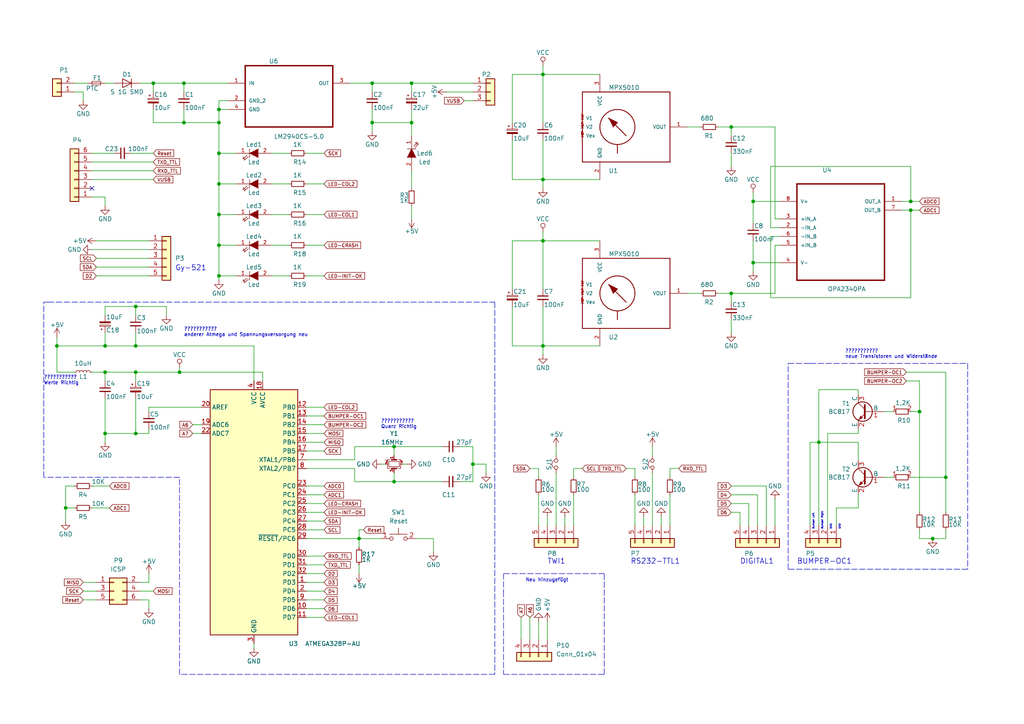
<source format=kicad_sch>
(kicad_sch (version 20210621) (generator eeschema)
  (paper "A4")
  (title_block (title "ArduMower BumperPerimeterDuino") (date "2021-07-17") (rev "4.00.ABPD") (company "Schaltplan / Layout  JL & UZ"))
  (junction (at 16.51 100.33) (diameter 0.9144))
  (junction (at 19.05 147.32) (diameter 0.9144))
  (junction (at 30.48 100.33) (diameter 0.9144))
  (junction (at 30.48 107.95) (diameter 0.9144))
  (junction (at 30.48 125.73) (diameter 0.9144))
  (junction (at 39.37 88.9) (diameter 0.9144))
  (junction (at 39.37 100.33) (diameter 0.9144))
  (junction (at 39.37 107.95) (diameter 0.9144))
  (junction (at 39.37 125.73) (diameter 0.9144))
  (junction (at 44.45 24.13) (diameter 0.9144))
  (junction (at 52.07 107.95) (diameter 0.9144))
  (junction (at 53.34 24.13) (diameter 0.9144))
  (junction (at 53.34 35.56) (diameter 0.9144))
  (junction (at 63.5 31.75) (diameter 0.9144))
  (junction (at 63.5 35.56) (diameter 0.9144))
  (junction (at 63.5 44.45) (diameter 0.9144))
  (junction (at 63.5 53.34) (diameter 0.9144))
  (junction (at 63.5 62.23) (diameter 0.9144))
  (junction (at 63.5 71.12) (diameter 0.9144))
  (junction (at 63.5 80.01) (diameter 0.9144))
  (junction (at 104.14 156.21) (diameter 0.9144))
  (junction (at 107.95 24.13) (diameter 0.9144))
  (junction (at 107.95 35.56) (diameter 0.9144))
  (junction (at 114.3 129.54) (diameter 0.9144))
  (junction (at 114.3 139.7) (diameter 0.9144))
  (junction (at 119.38 24.13) (diameter 0.9144))
  (junction (at 119.38 35.56) (diameter 0.9144))
  (junction (at 137.16 134.62) (diameter 0.9144))
  (junction (at 157.48 21.59) (diameter 0.9144))
  (junction (at 157.48 52.07) (diameter 0.9144))
  (junction (at 157.48 69.85) (diameter 0.9144))
  (junction (at 157.48 100.33) (diameter 0.9144))
  (junction (at 212.09 36.83) (diameter 0.9144))
  (junction (at 212.09 85.09) (diameter 0.9144))
  (junction (at 218.44 58.42) (diameter 0.9144))
  (junction (at 218.44 76.2) (diameter 0.9144))
  (junction (at 237.49 128.27) (diameter 0.9144))
  (junction (at 264.16 58.42) (diameter 0.9144))
  (junction (at 264.16 60.96) (diameter 0.9144))
  (junction (at 266.7 119.38) (diameter 0.9144))
  (junction (at 270.51 156.21) (diameter 0.9144))
  (junction (at 274.32 138.43) (diameter 0.9144))
  (no_connect (at 26.67 54.61))
  (wire (pts (xy 16.51 97.79) (xy 16.51 100.33)))
  (wire (pts (xy 16.51 100.33) (xy 16.51 107.95)))
  (wire (pts (xy 16.51 100.33) (xy 30.48 100.33)))
  (wire (pts (xy 16.51 107.95) (xy 21.59 107.95)))
  (wire (pts (xy 19.05 140.97) (xy 19.05 147.32)))
  (wire (pts (xy 19.05 140.97) (xy 21.59 140.97)))
  (wire (pts (xy 19.05 147.32) (xy 19.05 151.13)))
  (wire (pts (xy 21.59 24.13) (xy 25.4 24.13)))
  (wire (pts (xy 21.59 26.67) (xy 24.13 26.67)))
  (wire (pts (xy 21.59 147.32) (xy 19.05 147.32)))
  (wire (pts (xy 24.13 26.67) (xy 24.13 29.21)))
  (wire (pts (xy 24.13 171.45) (xy 27.94 171.45)))
  (wire (pts (xy 26.67 72.39) (xy 43.18 72.39)))
  (wire (pts (xy 26.67 107.95) (xy 30.48 107.95)))
  (wire (pts (xy 26.67 147.32) (xy 31.75 147.32)))
  (wire (pts (xy 27.94 69.85) (xy 43.18 69.85)))
  (wire (pts (xy 27.94 74.93) (xy 43.18 74.93)))
  (wire (pts (xy 27.94 77.47) (xy 43.18 77.47)))
  (wire (pts (xy 27.94 80.01) (xy 43.18 80.01)))
  (wire (pts (xy 27.94 168.91) (xy 24.13 168.91)))
  (wire (pts (xy 27.94 173.99) (xy 24.13 173.99)))
  (wire (pts (xy 30.48 24.13) (xy 33.02 24.13)))
  (wire (pts (xy 30.48 57.15) (xy 26.67 57.15)))
  (wire (pts (xy 30.48 59.69) (xy 30.48 57.15)))
  (wire (pts (xy 30.48 88.9) (xy 39.37 88.9)))
  (wire (pts (xy 30.48 91.44) (xy 30.48 88.9)))
  (wire (pts (xy 30.48 96.52) (xy 30.48 100.33)))
  (wire (pts (xy 30.48 100.33) (xy 39.37 100.33)))
  (wire (pts (xy 30.48 107.95) (xy 39.37 107.95)))
  (wire (pts (xy 30.48 110.49) (xy 30.48 107.95)))
  (wire (pts (xy 30.48 115.57) (xy 30.48 125.73)))
  (wire (pts (xy 30.48 125.73) (xy 30.48 128.27)))
  (wire (pts (xy 30.48 125.73) (xy 39.37 125.73)))
  (wire (pts (xy 31.75 140.97) (xy 26.67 140.97)))
  (wire (pts (xy 33.02 44.45) (xy 26.67 44.45)))
  (wire (pts (xy 39.37 88.9) (xy 39.37 91.44)))
  (wire (pts (xy 39.37 88.9) (xy 48.26 88.9)))
  (wire (pts (xy 39.37 96.52) (xy 39.37 100.33)))
  (wire (pts (xy 39.37 100.33) (xy 73.66 100.33)))
  (wire (pts (xy 39.37 107.95) (xy 39.37 110.49)))
  (wire (pts (xy 39.37 107.95) (xy 52.07 107.95)))
  (wire (pts (xy 39.37 125.73) (xy 39.37 115.57)))
  (wire (pts (xy 39.37 125.73) (xy 43.18 125.73)))
  (wire (pts (xy 40.64 24.13) (xy 44.45 24.13)))
  (wire (pts (xy 40.64 168.91) (xy 43.18 168.91)))
  (wire (pts (xy 40.64 173.99) (xy 43.18 173.99)))
  (wire (pts (xy 43.18 118.11) (xy 43.18 119.38)))
  (wire (pts (xy 43.18 125.73) (xy 43.18 124.46)))
  (wire (pts (xy 43.18 168.91) (xy 43.18 166.37)))
  (wire (pts (xy 43.18 173.99) (xy 43.18 176.53)))
  (wire (pts (xy 44.45 24.13) (xy 53.34 24.13)))
  (wire (pts (xy 44.45 26.67) (xy 44.45 24.13)))
  (wire (pts (xy 44.45 35.56) (xy 44.45 31.75)))
  (wire (pts (xy 44.45 35.56) (xy 53.34 35.56)))
  (wire (pts (xy 44.45 44.45) (xy 38.1 44.45)))
  (wire (pts (xy 44.45 46.99) (xy 26.67 46.99)))
  (wire (pts (xy 44.45 49.53) (xy 26.67 49.53)))
  (wire (pts (xy 44.45 52.07) (xy 26.67 52.07)))
  (wire (pts (xy 44.45 171.45) (xy 40.64 171.45)))
  (wire (pts (xy 48.26 88.9) (xy 48.26 91.44)))
  (wire (pts (xy 52.07 107.95) (xy 52.07 106.68)))
  (wire (pts (xy 52.07 107.95) (xy 76.2 107.95)))
  (wire (pts (xy 53.34 24.13) (xy 53.34 26.67)))
  (wire (pts (xy 53.34 24.13) (xy 66.04 24.13)))
  (wire (pts (xy 53.34 35.56) (xy 53.34 31.75)))
  (wire (pts (xy 53.34 35.56) (xy 63.5 35.56)))
  (wire (pts (xy 55.88 123.19) (xy 58.42 123.19)))
  (wire (pts (xy 55.88 125.73) (xy 58.42 125.73)))
  (wire (pts (xy 58.42 118.11) (xy 43.18 118.11)))
  (wire (pts (xy 63.5 29.21) (xy 63.5 31.75)))
  (wire (pts (xy 63.5 29.21) (xy 66.04 29.21)))
  (wire (pts (xy 63.5 31.75) (xy 63.5 35.56)))
  (wire (pts (xy 63.5 35.56) (xy 63.5 44.45)))
  (wire (pts (xy 63.5 44.45) (xy 63.5 53.34)))
  (wire (pts (xy 63.5 44.45) (xy 68.58 44.45)))
  (wire (pts (xy 63.5 53.34) (xy 63.5 62.23)))
  (wire (pts (xy 63.5 53.34) (xy 68.58 53.34)))
  (wire (pts (xy 63.5 62.23) (xy 63.5 71.12)))
  (wire (pts (xy 63.5 62.23) (xy 68.58 62.23)))
  (wire (pts (xy 63.5 71.12) (xy 63.5 80.01)))
  (wire (pts (xy 63.5 80.01) (xy 63.5 81.28)))
  (wire (pts (xy 66.04 31.75) (xy 63.5 31.75)))
  (wire (pts (xy 68.58 71.12) (xy 63.5 71.12)))
  (wire (pts (xy 68.58 80.01) (xy 63.5 80.01)))
  (wire (pts (xy 73.66 100.33) (xy 73.66 110.49)))
  (wire (pts (xy 73.66 186.69) (xy 73.66 187.96)))
  (wire (pts (xy 76.2 107.95) (xy 76.2 110.49)))
  (wire (pts (xy 78.74 44.45) (xy 83.82 44.45)))
  (wire (pts (xy 78.74 53.34) (xy 83.82 53.34)))
  (wire (pts (xy 78.74 62.23) (xy 83.82 62.23)))
  (wire (pts (xy 83.82 71.12) (xy 78.74 71.12)))
  (wire (pts (xy 83.82 80.01) (xy 78.74 80.01)))
  (wire (pts (xy 88.9 53.34) (xy 93.98 53.34)))
  (wire (pts (xy 88.9 120.65) (xy 93.98 120.65)))
  (wire (pts (xy 88.9 125.73) (xy 93.98 125.73)))
  (wire (pts (xy 88.9 130.81) (xy 93.98 130.81)))
  (wire (pts (xy 88.9 133.35) (xy 102.87 133.35)))
  (wire (pts (xy 88.9 135.89) (xy 102.87 135.89)))
  (wire (pts (xy 88.9 153.67) (xy 93.98 153.67)))
  (wire (pts (xy 88.9 156.21) (xy 104.14 156.21)))
  (wire (pts (xy 88.9 163.83) (xy 93.98 163.83)))
  (wire (pts (xy 88.9 168.91) (xy 93.98 168.91)))
  (wire (pts (xy 88.9 173.99) (xy 93.98 173.99)))
  (wire (pts (xy 88.9 179.07) (xy 93.98 179.07)))
  (wire (pts (xy 93.98 44.45) (xy 88.9 44.45)))
  (wire (pts (xy 93.98 62.23) (xy 88.9 62.23)))
  (wire (pts (xy 93.98 71.12) (xy 88.9 71.12)))
  (wire (pts (xy 93.98 80.01) (xy 88.9 80.01)))
  (wire (pts (xy 93.98 118.11) (xy 88.9 118.11)))
  (wire (pts (xy 93.98 123.19) (xy 88.9 123.19)))
  (wire (pts (xy 93.98 128.27) (xy 88.9 128.27)))
  (wire (pts (xy 93.98 140.97) (xy 88.9 140.97)))
  (wire (pts (xy 93.98 143.51) (xy 88.9 143.51)))
  (wire (pts (xy 93.98 146.05) (xy 88.9 146.05)))
  (wire (pts (xy 93.98 148.59) (xy 88.9 148.59)))
  (wire (pts (xy 93.98 151.13) (xy 88.9 151.13)))
  (wire (pts (xy 93.98 161.29) (xy 88.9 161.29)))
  (wire (pts (xy 93.98 166.37) (xy 88.9 166.37)))
  (wire (pts (xy 93.98 171.45) (xy 88.9 171.45)))
  (wire (pts (xy 93.98 176.53) (xy 88.9 176.53)))
  (wire (pts (xy 101.6 24.13) (xy 107.95 24.13)))
  (wire (pts (xy 102.87 129.54) (xy 114.3 129.54)))
  (wire (pts (xy 102.87 133.35) (xy 102.87 129.54)))
  (wire (pts (xy 102.87 135.89) (xy 102.87 139.7)))
  (wire (pts (xy 102.87 139.7) (xy 114.3 139.7)))
  (wire (pts (xy 104.14 153.67) (xy 105.41 153.67)))
  (wire (pts (xy 104.14 156.21) (xy 104.14 153.67)))
  (wire (pts (xy 104.14 156.21) (xy 110.49 156.21)))
  (wire (pts (xy 104.14 158.75) (xy 104.14 156.21)))
  (wire (pts (xy 104.14 163.83) (xy 104.14 166.37)))
  (wire (pts (xy 107.95 24.13) (xy 107.95 26.67)))
  (wire (pts (xy 107.95 24.13) (xy 119.38 24.13)))
  (wire (pts (xy 107.95 31.75) (xy 107.95 35.56)))
  (wire (pts (xy 107.95 35.56) (xy 107.95 38.1)))
  (wire (pts (xy 107.95 35.56) (xy 119.38 35.56)))
  (wire (pts (xy 110.49 134.62) (xy 111.76 134.62)))
  (wire (pts (xy 114.3 129.54) (xy 114.3 132.08)))
  (wire (pts (xy 114.3 129.54) (xy 128.27 129.54)))
  (wire (pts (xy 114.3 139.7) (xy 114.3 137.16)))
  (wire (pts (xy 114.3 139.7) (xy 128.27 139.7)))
  (wire (pts (xy 116.84 134.62) (xy 118.11 134.62)))
  (wire (pts (xy 119.38 24.13) (xy 119.38 26.67)))
  (wire (pts (xy 119.38 24.13) (xy 137.16 24.13)))
  (wire (pts (xy 119.38 31.75) (xy 119.38 35.56)))
  (wire (pts (xy 119.38 35.56) (xy 119.38 39.37)))
  (wire (pts (xy 119.38 49.53) (xy 119.38 54.61)))
  (wire (pts (xy 119.38 63.5) (xy 119.38 59.69)))
  (wire (pts (xy 120.65 156.21) (xy 125.73 156.21)))
  (wire (pts (xy 125.73 156.21) (xy 125.73 160.02)))
  (wire (pts (xy 129.54 26.67) (xy 137.16 26.67)))
  (wire (pts (xy 137.16 29.21) (xy 134.62 29.21)))
  (wire (pts (xy 137.16 129.54) (xy 133.35 129.54)))
  (wire (pts (xy 137.16 129.54) (xy 137.16 134.62)))
  (wire (pts (xy 137.16 134.62) (xy 137.16 139.7)))
  (wire (pts (xy 137.16 134.62) (xy 140.97 134.62)))
  (wire (pts (xy 137.16 139.7) (xy 133.35 139.7)))
  (wire (pts (xy 140.97 134.62) (xy 140.97 137.16)))
  (wire (pts (xy 148.59 21.59) (xy 157.48 21.59)))
  (wire (pts (xy 148.59 35.56) (xy 148.59 21.59)))
  (wire (pts (xy 148.59 52.07) (xy 148.59 40.64)))
  (wire (pts (xy 148.59 52.07) (xy 157.48 52.07)))
  (wire (pts (xy 148.59 69.85) (xy 157.48 69.85)))
  (wire (pts (xy 148.59 83.82) (xy 148.59 69.85)))
  (wire (pts (xy 148.59 100.33) (xy 148.59 88.9)))
  (wire (pts (xy 148.59 100.33) (xy 157.48 100.33)))
  (wire (pts (xy 151.13 179.07) (xy 151.13 185.42)))
  (wire (pts (xy 153.67 179.07) (xy 153.67 185.42)))
  (wire (pts (xy 156.21 135.89) (xy 153.67 135.89)))
  (wire (pts (xy 156.21 138.43) (xy 156.21 135.89)))
  (wire (pts (xy 156.21 152.4) (xy 156.21 143.51)))
  (wire (pts (xy 156.21 180.34) (xy 156.21 185.42)))
  (wire (pts (xy 157.48 19.05) (xy 157.48 21.59)))
  (wire (pts (xy 157.48 21.59) (xy 157.48 35.56)))
  (wire (pts (xy 157.48 21.59) (xy 173.99 21.59)))
  (wire (pts (xy 157.48 40.64) (xy 157.48 52.07)))
  (wire (pts (xy 157.48 52.07) (xy 157.48 54.61)))
  (wire (pts (xy 157.48 52.07) (xy 173.99 52.07)))
  (wire (pts (xy 157.48 67.31) (xy 157.48 69.85)))
  (wire (pts (xy 157.48 69.85) (xy 157.48 83.82)))
  (wire (pts (xy 157.48 69.85) (xy 173.99 69.85)))
  (wire (pts (xy 157.48 88.9) (xy 157.48 100.33)))
  (wire (pts (xy 157.48 100.33) (xy 157.48 102.87)))
  (wire (pts (xy 157.48 100.33) (xy 173.99 100.33)))
  (wire (pts (xy 158.75 152.4) (xy 158.75 149.86)))
  (wire (pts (xy 158.75 180.34) (xy 158.75 185.42)))
  (wire (pts (xy 161.29 132.08) (xy 161.29 129.54)))
  (wire (pts (xy 161.29 137.16) (xy 161.29 152.4)))
  (wire (pts (xy 163.83 149.86) (xy 163.83 152.4)))
  (wire (pts (xy 166.37 135.89) (xy 168.91 135.89)))
  (wire (pts (xy 166.37 138.43) (xy 166.37 135.89)))
  (wire (pts (xy 166.37 152.4) (xy 166.37 143.51)))
  (wire (pts (xy 184.15 135.89) (xy 181.61 135.89)))
  (wire (pts (xy 184.15 138.43) (xy 184.15 135.89)))
  (wire (pts (xy 184.15 152.4) (xy 184.15 143.51)))
  (wire (pts (xy 186.69 152.4) (xy 186.69 149.86)))
  (wire (pts (xy 189.23 132.08) (xy 189.23 129.54)))
  (wire (pts (xy 189.23 137.16) (xy 189.23 152.4)))
  (wire (pts (xy 191.77 149.86) (xy 191.77 152.4)))
  (wire (pts (xy 194.31 135.89) (xy 196.85 135.89)))
  (wire (pts (xy 194.31 138.43) (xy 194.31 135.89)))
  (wire (pts (xy 194.31 152.4) (xy 194.31 143.51)))
  (wire (pts (xy 199.39 36.83) (xy 203.2 36.83)))
  (wire (pts (xy 199.39 85.09) (xy 203.2 85.09)))
  (wire (pts (xy 208.28 36.83) (xy 212.09 36.83)))
  (wire (pts (xy 208.28 85.09) (xy 212.09 85.09)))
  (wire (pts (xy 212.09 36.83) (xy 224.79 36.83)))
  (wire (pts (xy 212.09 39.37) (xy 212.09 36.83)))
  (wire (pts (xy 212.09 48.26) (xy 212.09 44.45)))
  (wire (pts (xy 212.09 85.09) (xy 224.79 85.09)))
  (wire (pts (xy 212.09 87.63) (xy 212.09 85.09)))
  (wire (pts (xy 212.09 96.52) (xy 212.09 92.71)))
  (wire (pts (xy 212.09 140.97) (xy 222.25 140.97)))
  (wire (pts (xy 212.09 143.51) (xy 219.71 143.51)))
  (wire (pts (xy 212.09 146.05) (xy 217.17 146.05)))
  (wire (pts (xy 214.63 148.59) (xy 212.09 148.59)))
  (wire (pts (xy 214.63 152.4) (xy 214.63 148.59)))
  (wire (pts (xy 217.17 146.05) (xy 217.17 152.4)))
  (wire (pts (xy 218.44 55.88) (xy 218.44 58.42)))
  (wire (pts (xy 218.44 58.42) (xy 218.44 64.77)))
  (wire (pts (xy 218.44 69.85) (xy 218.44 76.2)))
  (wire (pts (xy 218.44 76.2) (xy 218.44 78.74)))
  (wire (pts (xy 219.71 143.51) (xy 219.71 152.4)))
  (wire (pts (xy 222.25 140.97) (xy 222.25 152.4)))
  (wire (pts (xy 223.52 48.26) (xy 264.16 48.26)))
  (wire (pts (xy 223.52 66.04) (xy 223.52 48.26)))
  (wire (pts (xy 223.52 68.58) (xy 223.52 86.36)))
  (wire (pts (xy 223.52 86.36) (xy 264.16 86.36)))
  (wire (pts (xy 224.79 63.5) (xy 224.79 36.83)))
  (wire (pts (xy 224.79 71.12) (xy 224.79 85.09)))
  (wire (pts (xy 224.79 144.78) (xy 224.79 152.4)))
  (wire (pts (xy 226.06 58.42) (xy 218.44 58.42)))
  (wire (pts (xy 226.06 63.5) (xy 224.79 63.5)))
  (wire (pts (xy 226.06 66.04) (xy 223.52 66.04)))
  (wire (pts (xy 226.06 68.58) (xy 223.52 68.58)))
  (wire (pts (xy 226.06 71.12) (xy 224.79 71.12)))
  (wire (pts (xy 226.06 76.2) (xy 218.44 76.2)))
  (wire (pts (xy 234.95 128.27) (xy 234.95 152.4)))
  (wire (pts (xy 234.95 128.27) (xy 237.49 128.27)))
  (wire (pts (xy 237.49 113.03) (xy 237.49 128.27)))
  (wire (pts (xy 237.49 128.27) (xy 237.49 152.4)))
  (wire (pts (xy 237.49 128.27) (xy 248.92 128.27)))
  (wire (pts (xy 240.03 125.73) (xy 240.03 152.4)))
  (wire (pts (xy 242.57 147.32) (xy 242.57 152.4)))
  (wire (pts (xy 248.92 113.03) (xy 237.49 113.03)))
  (wire (pts (xy 248.92 114.3) (xy 248.92 113.03)))
  (wire (pts (xy 248.92 124.46) (xy 248.92 125.73)))
  (wire (pts (xy 248.92 125.73) (xy 240.03 125.73)))
  (wire (pts (xy 248.92 128.27) (xy 248.92 133.35)))
  (wire (pts (xy 248.92 143.51) (xy 248.92 147.32)))
  (wire (pts (xy 248.92 147.32) (xy 242.57 147.32)))
  (wire (pts (xy 256.54 138.43) (xy 259.08 138.43)))
  (wire (pts (xy 259.08 119.38) (xy 256.54 119.38)))
  (wire (pts (xy 261.62 58.42) (xy 264.16 58.42)))
  (wire (pts (xy 261.62 60.96) (xy 264.16 60.96)))
  (wire (pts (xy 264.16 48.26) (xy 264.16 58.42)))
  (wire (pts (xy 264.16 58.42) (xy 266.7 58.42)))
  (wire (pts (xy 264.16 60.96) (xy 266.7 60.96)))
  (wire (pts (xy 264.16 86.36) (xy 264.16 60.96)))
  (wire (pts (xy 266.7 110.49) (xy 262.89 110.49)))
  (wire (pts (xy 266.7 110.49) (xy 266.7 119.38)))
  (wire (pts (xy 266.7 119.38) (xy 264.16 119.38)))
  (wire (pts (xy 266.7 119.38) (xy 266.7 148.59)))
  (wire (pts (xy 266.7 153.67) (xy 266.7 156.21)))
  (wire (pts (xy 266.7 156.21) (xy 270.51 156.21)))
  (wire (pts (xy 270.51 156.21) (xy 274.32 156.21)))
  (wire (pts (xy 274.32 107.95) (xy 262.89 107.95)))
  (wire (pts (xy 274.32 107.95) (xy 274.32 138.43)))
  (wire (pts (xy 274.32 138.43) (xy 264.16 138.43)))
  (wire (pts (xy 274.32 138.43) (xy 274.32 148.59)))
  (wire (pts (xy 274.32 156.21) (xy 274.32 153.67)))
  (polyline (pts (xy 12.7 87.63) (xy 13.97 87.63)) (stroke (width 0) (type dash)))
  (polyline (pts (xy 12.7 138.43) (xy 12.7 87.63)) (stroke (width 0) (type dash)))
  (polyline (pts (xy 13.97 87.63) (xy 143.51 87.63)) (stroke (width 0) (type dash)))
  (polyline (pts (xy 52.07 138.43) (xy 12.7 138.43)) (stroke (width 0) (type dash)))
  (polyline (pts (xy 52.07 195.58) (xy 52.07 138.43)) (stroke (width 0) (type dash)))
  (polyline (pts (xy 143.51 87.63) (xy 143.51 195.58)) (stroke (width 0) (type dash)))
  (polyline (pts (xy 143.51 195.58) (xy 52.07 195.58)) (stroke (width 0) (type dash)))
  (polyline (pts (xy 146.05 166.37) (xy 146.05 171.45)) (stroke (width 0) (type dash)))
  (polyline (pts (xy 146.05 171.45) (xy 146.05 195.58)) (stroke (width 0) (type dash)))
  (polyline (pts (xy 146.05 195.58) (xy 175.26 195.58)) (stroke (width 0) (type dash)))
  (polyline (pts (xy 175.26 166.37) (xy 146.05 166.37)) (stroke (width 0) (type dash)))
  (polyline (pts (xy 175.26 195.58) (xy 175.26 166.37)) (stroke (width 0) (type dash)))
  (polyline (pts (xy 228.6 105.41) (xy 234.95 105.41)) (stroke (width 0) (type dash)))
  (polyline (pts (xy 228.6 165.1) (xy 228.6 105.41)) (stroke (width 0) (type dash)))
  (polyline (pts (xy 234.95 105.41) (xy 280.67 105.41)) (stroke (width 0) (type dash)))
  (polyline (pts (xy 280.67 105.41) (xy 280.67 165.1)) (stroke (width 0) (type dash)))
  (polyline (pts (xy 280.67 165.1) (xy 228.6 165.1)) (stroke (width 0) (type dash)))
  (image (at 185.928 -34.163))
  (text "???????????\nWerte Richtig" (at 12.7 111.76 0) (effects (font (size 1 1)) (justify left bottom)))
  (text "Gy-521" (at 50.8 78.74 0) (effects (font (size 1.524 1.524)) (justify left bottom)))
  (text "???????????\nanderer Atmega und Spannungsversorgung neu" (at 53.34 97.79 0) (effects (font (size 1 1)) (justify left bottom)))
  (text "???????????\nQuarz Richtig" (at 110.49 124.46 0) (effects (font (size 1 1)) (justify left bottom)))
  (text "Neu hinzugefügt" (at 152.4 168.91 0) (effects (font (size 1 1)) (justify left bottom)))
  (text "TWI1" (at 158.75 163.83 0) (effects (font (size 1.524 1.524)) (justify left bottom)))
  (text "RS232-TTL1" (at 182.88 163.83 0) (effects (font (size 1.524 1.524)) (justify left bottom)))
  (text "DIGITAL1" (at 214.63 163.83 0) (effects (font (size 1.524 1.524)) (justify left bottom)))
  (text "BUMPER-OC1" (at 231.14 163.83 0) (effects (font (size 1.524 1.524)) (justify left bottom)))
  (text "Bumper Left" (at 236.22 153.67 90) (effects (font (size 0.5 0.5)) (justify left bottom)))
  (text "Bumper Right" (at 238.76 153.67 90) (effects (font (size 0.5 0.5)) (justify left bottom)))
  (text "GND" (at 241.3 153.67 90) (effects (font (size 0.5 0.5)) (justify left bottom)))
  (text "GND" (at 243.84 153.67 90) (effects (font (size 0.5 0.5)) (justify left bottom)))
  (text "???????????\nneue Transistoren und Widerstände" (at 245.11 104.14 0) (effects (font (size 1 1)) (justify left bottom)))
  (global_label "MISO" (shape input) (at 24.13 168.91 180) (effects (font (size 0.9906 0.9906))) (property "Intersheet References" "${INTERSHEET_REFS}" (effects hide)))
  (global_label "SCK" (shape input) (at 24.13 171.45 180) (effects (font (size 0.9906 0.9906))) (property "Intersheet References" "${INTERSHEET_REFS}" (effects hide)))
  (global_label "Reset" (shape input) (at 24.13 173.99 180) (effects (font (size 0.9906 0.9906))) (property "Intersheet References" "${INTERSHEET_REFS}" (effects hide)))
  (global_label "SCL" (shape input) (at 27.94 74.93 180) (effects (font (size 0.9906 0.9906))) (property "Intersheet References" "${INTERSHEET_REFS}" (effects hide)))
  (global_label "SDA" (shape input) (at 27.94 77.47 180) (effects (font (size 0.9906 0.9906))) (property "Intersheet References" "${INTERSHEET_REFS}" (effects hide)))
  (global_label "D2" (shape input) (at 27.94 80.01 180) (effects (font (size 0.9906 0.9906))) (property "Intersheet References" "${INTERSHEET_REFS}" (effects hide)))
  (global_label "ADC0" (shape input) (at 31.75 140.97 0) (effects (font (size 0.9906 0.9906))) (property "Intersheet References" "${INTERSHEET_REFS}" (effects hide)))
  (global_label "ADC1" (shape input) (at 31.75 147.32 0) (effects (font (size 0.9906 0.9906))) (property "Intersheet References" "${INTERSHEET_REFS}" (effects hide)))
  (global_label "Reset" (shape input) (at 44.45 44.45 0) (effects (font (size 0.9906 0.9906))) (property "Intersheet References" "${INTERSHEET_REFS}" (effects hide)))
  (global_label "TXD_TTL" (shape input) (at 44.45 46.99 0) (effects (font (size 0.9906 0.9906))) (property "Intersheet References" "${INTERSHEET_REFS}" (effects hide)))
  (global_label "RXD_TTL" (shape input) (at 44.45 49.53 0) (effects (font (size 0.9906 0.9906))) (property "Intersheet References" "${INTERSHEET_REFS}" (effects hide)))
  (global_label "VUSB" (shape input) (at 44.45 52.07 0) (effects (font (size 0.9906 0.9906))) (property "Intersheet References" "${INTERSHEET_REFS}" (effects hide)))
  (global_label "MOSI" (shape input) (at 44.45 171.45 0) (effects (font (size 0.9906 0.9906))) (property "Intersheet References" "${INTERSHEET_REFS}" (effects hide)))
  (global_label "A6" (shape input) (at 55.88 123.19 180) (effects (font (size 1 1))) (property "Intersheet References" "${INTERSHEET_REFS}" (effects hide)))
  (global_label "A7" (shape input) (at 55.88 125.73 180) (effects (font (size 1 1))) (property "Intersheet References" "${INTERSHEET_REFS}" (effects hide)))
  (global_label "SCK" (shape input) (at 93.98 44.45 0) (effects (font (size 0.9906 0.9906))) (property "Intersheet References" "${INTERSHEET_REFS}" (effects hide)))
  (global_label "LED-COL2" (shape input) (at 93.98 53.34 0) (effects (font (size 0.9906 0.9906))) (property "Intersheet References" "${INTERSHEET_REFS}" (effects hide)))
  (global_label "LED-COL1" (shape input) (at 93.98 62.23 0) (effects (font (size 0.9906 0.9906))) (property "Intersheet References" "${INTERSHEET_REFS}" (effects hide)))
  (global_label "LED-CRASH" (shape input) (at 93.98 71.12 0) (effects (font (size 0.9906 0.9906))) (property "Intersheet References" "${INTERSHEET_REFS}" (effects hide)))
  (global_label "LED-INIT-OK" (shape input) (at 93.98 80.01 0) (effects (font (size 0.9906 0.9906))) (property "Intersheet References" "${INTERSHEET_REFS}" (effects hide)))
  (global_label "LED-COL2" (shape input) (at 93.98 118.11 0) (effects (font (size 0.9906 0.9906))) (property "Intersheet References" "${INTERSHEET_REFS}" (effects hide)))
  (global_label "BUMPER-OC1" (shape input) (at 93.98 120.65 0) (effects (font (size 0.9906 0.9906))) (property "Intersheet References" "${INTERSHEET_REFS}" (effects hide)))
  (global_label "BUMPER-OC2" (shape input) (at 93.98 123.19 0) (effects (font (size 0.9906 0.9906))) (property "Intersheet References" "${INTERSHEET_REFS}" (effects hide)))
  (global_label "MOSI" (shape input) (at 93.98 125.73 0) (effects (font (size 0.9906 0.9906))) (property "Intersheet References" "${INTERSHEET_REFS}" (effects hide)))
  (global_label "MISO" (shape input) (at 93.98 128.27 0) (effects (font (size 0.9906 0.9906))) (property "Intersheet References" "${INTERSHEET_REFS}" (effects hide)))
  (global_label "SCK" (shape input) (at 93.98 130.81 0) (effects (font (size 0.9906 0.9906))) (property "Intersheet References" "${INTERSHEET_REFS}" (effects hide)))
  (global_label "ADC0" (shape input) (at 93.98 140.97 0) (effects (font (size 0.9906 0.9906))) (property "Intersheet References" "${INTERSHEET_REFS}" (effects hide)))
  (global_label "ADC1" (shape input) (at 93.98 143.51 0) (effects (font (size 0.9906 0.9906))) (property "Intersheet References" "${INTERSHEET_REFS}" (effects hide)))
  (global_label "LED-CRASH" (shape input) (at 93.98 146.05 0) (effects (font (size 0.9906 0.9906))) (property "Intersheet References" "${INTERSHEET_REFS}" (effects hide)))
  (global_label "LED-INIT-OK" (shape input) (at 93.98 148.59 0) (effects (font (size 0.9906 0.9906))) (property "Intersheet References" "${INTERSHEET_REFS}" (effects hide)))
  (global_label "SDA" (shape input) (at 93.98 151.13 0) (effects (font (size 0.9906 0.9906))) (property "Intersheet References" "${INTERSHEET_REFS}" (effects hide)))
  (global_label "SCL" (shape input) (at 93.98 153.67 0) (effects (font (size 0.9906 0.9906))) (property "Intersheet References" "${INTERSHEET_REFS}" (effects hide)))
  (global_label "RXD_TTL" (shape input) (at 93.98 161.29 0) (effects (font (size 0.9906 0.9906))) (property "Intersheet References" "${INTERSHEET_REFS}" (effects hide)))
  (global_label "TXD_TTL" (shape input) (at 93.98 163.83 0) (effects (font (size 0.9906 0.9906))) (property "Intersheet References" "${INTERSHEET_REFS}" (effects hide)))
  (global_label "D2" (shape input) (at 93.98 166.37 0) (effects (font (size 0.9906 0.9906))) (property "Intersheet References" "${INTERSHEET_REFS}" (effects hide)))
  (global_label "D3" (shape input) (at 93.98 168.91 0) (effects (font (size 0.9906 0.9906))) (property "Intersheet References" "${INTERSHEET_REFS}" (effects hide)))
  (global_label "D4" (shape input) (at 93.98 171.45 0) (effects (font (size 0.9906 0.9906))) (property "Intersheet References" "${INTERSHEET_REFS}" (effects hide)))
  (global_label "D5" (shape input) (at 93.98 173.99 0) (effects (font (size 0.9906 0.9906))) (property "Intersheet References" "${INTERSHEET_REFS}" (effects hide)))
  (global_label "D6" (shape input) (at 93.98 176.53 0) (effects (font (size 0.9906 0.9906))) (property "Intersheet References" "${INTERSHEET_REFS}" (effects hide)))
  (global_label "LED-COL1" (shape input) (at 93.98 179.07 0) (effects (font (size 0.9906 0.9906))) (property "Intersheet References" "${INTERSHEET_REFS}" (effects hide)))
  (global_label "Reset" (shape input) (at 105.41 153.67 0) (effects (font (size 0.9906 0.9906))) (property "Intersheet References" "${INTERSHEET_REFS}" (effects hide)))
  (global_label "VUSB" (shape input) (at 134.62 29.21 180) (effects (font (size 0.9906 0.9906))) (property "Intersheet References" "${INTERSHEET_REFS}" (effects hide)))
  (global_label "A7" (shape input) (at 151.13 179.07 90) (effects (font (size 1 1))) (property "Intersheet References" "${INTERSHEET_REFS}" (effects hide)))
  (global_label "SDA" (shape input) (at 153.67 135.89 180) (effects (font (size 0.9906 0.9906))) (property "Intersheet References" "${INTERSHEET_REFS}" (effects hide)))
  (global_label "A6" (shape input) (at 153.67 179.07 90) (effects (font (size 1 1))) (property "Intersheet References" "${INTERSHEET_REFS}" (effects hide)))
  (global_label "SCL" (shape input) (at 168.91 135.89 0) (effects (font (size 0.9906 0.9906))) (property "Intersheet References" "${INTERSHEET_REFS}" (effects hide)))
  (global_label "TXD_TTL" (shape input) (at 181.61 135.89 180) (effects (font (size 0.9906 0.9906))) (property "Intersheet References" "${INTERSHEET_REFS}" (effects hide)))
  (global_label "RXD_TTL" (shape input) (at 196.85 135.89 0) (effects (font (size 0.9906 0.9906))) (property "Intersheet References" "${INTERSHEET_REFS}" (effects hide)))
  (global_label "D3" (shape input) (at 212.09 140.97 180) (effects (font (size 0.9906 0.9906))) (property "Intersheet References" "${INTERSHEET_REFS}" (effects hide)))
  (global_label "D4" (shape input) (at 212.09 143.51 180) (effects (font (size 0.9906 0.9906))) (property "Intersheet References" "${INTERSHEET_REFS}" (effects hide)))
  (global_label "D5" (shape input) (at 212.09 146.05 180) (effects (font (size 0.9906 0.9906))) (property "Intersheet References" "${INTERSHEET_REFS}" (effects hide)))
  (global_label "D6" (shape input) (at 212.09 148.59 180) (effects (font (size 0.9906 0.9906))) (property "Intersheet References" "${INTERSHEET_REFS}" (effects hide)))
  (global_label "BUMPER-OC1" (shape input) (at 262.89 107.95 180) (effects (font (size 0.9906 0.9906))) (property "Intersheet References" "${INTERSHEET_REFS}" (effects hide)))
  (global_label "BUMPER-OC2" (shape input) (at 262.89 110.49 180) (effects (font (size 0.9906 0.9906))) (property "Intersheet References" "${INTERSHEET_REFS}" (effects hide)))
  (global_label "ADC0" (shape input) (at 266.7 58.42 0) (effects (font (size 0.9906 0.9906))) (property "Intersheet References" "${INTERSHEET_REFS}" (effects hide)))
  (global_label "ADC1" (shape input) (at 266.7 60.96 0) (effects (font (size 0.9906 0.9906))) (property "Intersheet References" "${INTERSHEET_REFS}" (effects hide)))
  (symbol (lib_id "BumperDuino-rescue:VCC") (at 52.07 106.68 0) (unit 1)
    (property "Reference" "#PWR07" (effects hide))
    (property "Value" "VCC" (at 52.07 102.87 0))
  )
  (symbol (lib_id "BumperDuino-rescue:VCC") (at 157.48 19.05 0) (unit 1)
    (property "Reference" "#PWR030" (effects hide))
    (property "Value" "VCC" (at 157.48 15.24 0))
  )
  (symbol (lib_id "BumperDuino-rescue:VCC") (at 157.48 67.31 0) (unit 1)
    (property "Reference" "#PWR029" (effects hide))
    (property "Value" "VCC" (at 157.48 63.5 0))
  )
  (symbol (lib_id "BumperDuino-rescue:VCC") (at 218.44 55.88 0) (unit 1)
    (property "Reference" "#PWR031" (effects hide))
    (property "Value" "VCC" (at 218.44 52.07 0))
  )
  (symbol (lib_id "BumperDuino-rescue:+5V") (at 16.51 97.79 0) (unit 1)
    (property "Reference" "#PWR08" (effects hide))
    (property "Value" "+5V" (at 16.51 94.234 0))
  )
  (symbol (lib_id "BumperDuino-rescue:+5V") (at 27.94 69.85 90) (unit 1)
    (property "Reference" "#PWR034" (effects hide))
    (property "Value" "+5V" (at 23.114 69.85 90))
  )
  (symbol (lib_id "BumperDuino-rescue:+5V") (at 43.18 166.37 0) (unit 1)
    (property "Reference" "#PWR04" (effects hide))
    (property "Value" "+5V" (at 43.18 162.814 0))
  )
  (symbol (lib_id "BumperDuino-rescue:+5V") (at 104.14 166.37 0) (mirror x) (unit 1)
    (property "Reference" "#PWR01" (effects hide))
    (property "Value" "+5V" (at 104.14 169.926 0))
  )
  (symbol (lib_id "BumperDuino-rescue:+5V") (at 119.38 63.5 0) (mirror x) (unit 1)
    (property "Reference" "#PWR022" (effects hide))
    (property "Value" "+5V" (at 119.38 67.056 0))
  )
  (symbol (lib_id "BumperDuino-rescue:+5V") (at 129.54 26.67 90) (mirror x) (unit 1)
    (property "Reference" "#PWR023" (effects hide))
    (property "Value" "+5V" (at 125.984 26.67 0))
  )
  (symbol (lib_id "BumperDuino-rescue:+5V") (at 158.75 180.34 0) (unit 1)
    (property "Reference" "#PWR039" (effects hide))
    (property "Value" "+5V" (at 158.75 175.514 90))
  )
  (symbol (lib_id "BumperDuino-rescue:+5V") (at 161.29 129.54 0) (unit 1)
    (property "Reference" "#PWR013" (effects hide))
    (property "Value" "+5V" (at 161.29 125.984 0))
  )
  (symbol (lib_id "BumperDuino-rescue:+5V") (at 189.23 129.54 0) (unit 1)
    (property "Reference" "#PWR016" (effects hide))
    (property "Value" "+5V" (at 189.23 125.984 0))
  )
  (symbol (lib_id "BumperDuino-rescue:L_Small") (at 24.13 107.95 90) (unit 1)
    (property "Reference" "L1" (at 25.4 109.22 90) (effects (justify left)))
    (property "Value" "10uH" (at 26.67 105.41 90) (effects (justify left)))
    (property "Footprint" "Inductor_SMD:L_0805_2012Metric" (effects hide))
    (property "Datasheet" "https://datasheet.lcsc.com/lcsc/1811111140_Sunlord-SDFL2012S100KTF_C1046.pdf" (effects hide))
    (property "Bauform" "0805" (effects hide))
    (property "Bestelllink" "https://jlcpcb.com/parts/componentSearch?isSearch=true&searchTxt=10uH" (effects hide))
    (property "Bestücken (Assemble)" "JA (YES)" (effects hide))
    (property "Funktion" "10uH ±10% 15mA 1.15Ω 0805 Inductors (SMD) RoHS" (effects hide))
    (property "Gehäuseart" "0805" (effects hide))
    (property "Hersteller" "Sunlord" (effects hide))
    (property "Hersteller Bestellnummer" "SDFL2012S100KTF" (effects hide))
    (property "LCSC Part" "C1046" (effects hide))
    (property "Technische Daten" "10uH ±10% 15mA 1.15Ω 0805 Inductors (SMD) RoHS" (effects hide))
  )
  (symbol (lib_id "ardumower-mega-shield-svn-rescue:F_Small-RESCUE-ardumower_mega_shield_svn") (at 27.94 24.13 0) (unit 1)
    (property "Reference" "F1" (at 26.924 22.606 0) (effects (justify left)))
    (property "Value" "PTC" (at 24.892 25.654 0) (effects (justify left)))
    (property "Footprint" "Zimprich:Fuse_SMD" (effects hide))
    (property "Datasheet" "https://datasheet.lcsc.com/szlcsc/1809191943_Littelfuse-01550900M_C108518.pdf" (effects hide))
    (property "Gehäuseart" "SMD_9.73x5.03mm" (effects hide))
    (property "Bestelllink" "https://jlcpcb.com/parts/componentSearch?isSearch=true&searchTxt=C108518" (effects hide))
    (property "Technische Daten" "SMD,9.73x5.03mm Fuse Holders RoHS" (effects hide))
    (property "Bauform" "SMD_9.73x5.03mm" (effects hide))
    (property "Funktion" "SMD,9.73x5.03mm Fuse Holders RoHS" (effects hide))
    (property "Hersteller" "Littelfuse" (effects hide))
    (property "Hersteller Bestellnummer" "01550900M" (effects hide))
    (property "LCSC Part" "C108518" (effects hide))
    (property "Reichelt-Bestelllink" "https://www.reichelt.de/de/de/smd-sicherungshalter-fuer-omt-125-omh-125-halter-p77866.html?CCOUNTRY=445&LANGUAGE=en&GROUPID=7659&START=0&OFFSET=16&SID=92b646a5523a55d34b5337d26485003c4a67391c27a113b4b751c&LANGUAGE=DE&&r=1" (effects hide))
    (property "Reichelt-Bestellnummer" "OMH 125 HALTER" (effects hide))
    (property "JLCPCB Basic / Extern" "1" (effects hide))
    (property "Bestücken (Assemble)" "JA (YES)" (effects hide))
  )
  (symbol (lib_id "BumperDuino-rescue:GND") (at 19.05 151.13 0) (unit 1)
    (property "Reference" "#PWR018" (effects hide))
    (property "Value" "GND" (at 19.05 154.94 0))
  )
  (symbol (lib_id "BumperDuino-rescue:GND") (at 24.13 29.21 0) (unit 1)
    (property "Reference" "#PWR019" (effects hide))
    (property "Value" "GND" (at 24.13 33.02 0))
  )
  (symbol (lib_id "BumperDuino-rescue:GND") (at 26.67 72.39 270) (mirror x) (unit 1)
    (property "Reference" "#PWR033" (effects hide))
    (property "Value" "GND" (at 21.59 72.39 90))
  )
  (symbol (lib_id "BumperDuino-rescue:GND") (at 30.48 59.69 0) (unit 1)
    (property "Reference" "#PWR010" (effects hide))
    (property "Value" "GND" (at 30.48 63.5 0))
  )
  (symbol (lib_id "BumperDuino-rescue:GND") (at 30.48 128.27 0) (unit 1)
    (property "Reference" "#PWR06" (effects hide))
    (property "Value" "GND" (at 30.48 132.08 0))
  )
  (symbol (lib_id "BumperDuino-rescue:GND") (at 43.18 176.53 0) (unit 1)
    (property "Reference" "#PWR03" (effects hide))
    (property "Value" "GND" (at 43.18 180.34 0))
  )
  (symbol (lib_id "BumperDuino-rescue:GND") (at 48.26 91.44 0) (unit 1)
    (property "Reference" "#PWR09" (effects hide))
    (property "Value" "GND" (at 48.26 95.25 0))
  )
  (symbol (lib_id "BumperDuino-rescue:GND") (at 63.5 81.28 0) (unit 1)
    (property "Reference" "#PWR020" (effects hide))
    (property "Value" "GND" (at 63.5 85.09 0))
  )
  (symbol (lib_id "BumperDuino-rescue:GND") (at 73.66 187.96 0) (unit 1)
    (property "Reference" "#PWR02" (effects hide))
    (property "Value" "GND" (at 73.66 191.77 0))
  )
  (symbol (lib_id "BumperDuino-rescue:GND") (at 107.95 38.1 0) (unit 1)
    (property "Reference" "#PWR021" (effects hide))
    (property "Value" "GND" (at 107.95 41.91 0))
  )
  (symbol (lib_id "BumperDuino-rescue:GND") (at 110.49 134.62 270) (mirror x) (unit 1)
    (property "Reference" "#PWR036" (effects hide))
    (property "Value" "GND" (at 105.41 134.62 90))
  )
  (symbol (lib_id "BumperDuino-rescue:GND") (at 118.11 134.62 90) (mirror x) (unit 1)
    (property "Reference" "#PWR037" (effects hide))
    (property "Value" "GND" (at 123.19 134.62 90))
  )
  (symbol (lib_id "BumperDuino-rescue:GND") (at 125.73 160.02 0) (unit 1)
    (property "Reference" "#PWR032" (effects hide))
    (property "Value" "GND" (at 125.73 163.83 0))
  )
  (symbol (lib_id "BumperDuino-rescue:GND") (at 140.97 137.16 0) (unit 1)
    (property "Reference" "#PWR05" (effects hide))
    (property "Value" "GND" (at 140.97 140.97 0))
  )
  (symbol (lib_id "BumperDuino-rescue:GND") (at 156.21 180.34 180) (unit 1)
    (property "Reference" "#PWR038" (effects hide))
    (property "Value" "GND" (at 156.21 175.26 90))
  )
  (symbol (lib_id "BumperDuino-rescue:GND") (at 157.48 54.61 0) (unit 1)
    (property "Reference" "#PWR024" (effects hide))
    (property "Value" "GND" (at 157.48 58.42 0))
  )
  (symbol (lib_id "BumperDuino-rescue:GND") (at 157.48 102.87 0) (unit 1)
    (property "Reference" "#PWR026" (effects hide))
    (property "Value" "GND" (at 157.48 106.68 0))
  )
  (symbol (lib_id "BumperDuino-rescue:GND") (at 158.75 149.86 0) (mirror x) (unit 1)
    (property "Reference" "#PWR012" (effects hide))
    (property "Value" "GND" (at 158.75 146.05 0))
  )
  (symbol (lib_id "BumperDuino-rescue:GND") (at 163.83 149.86 0) (mirror x) (unit 1)
    (property "Reference" "#PWR011" (effects hide))
    (property "Value" "GND" (at 163.83 146.05 0))
  )
  (symbol (lib_id "BumperDuino-rescue:GND") (at 186.69 149.86 0) (mirror x) (unit 1)
    (property "Reference" "#PWR015" (effects hide))
    (property "Value" "GND" (at 186.69 146.05 0))
  )
  (symbol (lib_id "BumperDuino-rescue:GND") (at 191.77 149.86 0) (mirror x) (unit 1)
    (property "Reference" "#PWR014" (effects hide))
    (property "Value" "GND" (at 191.77 146.05 0))
  )
  (symbol (lib_id "BumperDuino-rescue:GND") (at 212.09 48.26 0) (unit 1)
    (property "Reference" "#PWR025" (effects hide))
    (property "Value" "GND" (at 212.09 52.07 0))
  )
  (symbol (lib_id "BumperDuino-rescue:GND") (at 212.09 96.52 0) (unit 1)
    (property "Reference" "#PWR027" (effects hide))
    (property "Value" "GND" (at 212.09 100.33 0))
  )
  (symbol (lib_id "BumperDuino-rescue:GND") (at 218.44 78.74 0) (unit 1)
    (property "Reference" "#PWR028" (effects hide))
    (property "Value" "GND" (at 218.44 82.55 0))
  )
  (symbol (lib_id "BumperDuino-rescue:GND") (at 224.79 144.78 0) (mirror x) (unit 1)
    (property "Reference" "#PWR035" (effects hide))
    (property "Value" "GND" (at 224.79 140.97 0))
  )
  (symbol (lib_id "BumperDuino-rescue:GND") (at 270.51 156.21 0) (unit 1)
    (property "Reference" "#PWR017" (effects hide))
    (property "Value" "GND" (at 270.51 160.02 0))
  )
  (symbol (lib_id "BumperDuino-rescue:Jumper_NC_Small") (at 161.29 134.62 90) (unit 1)
    (property "Reference" "SJ1" (at 159.258 134.62 0))
    (property "Value" "Jumper_NC_Small" (effects hide))
    (property "Footprint" "Connector_PinHeader_2.54mm:PinHeader_1x02_P2.54mm_Vertical" (effects hide))
    (property "Bestücken (Assemble)" "NEIN (NO)" (effects hide))
  )
  (symbol (lib_id "BumperDuino-rescue:Jumper_NC_Small") (at 189.23 134.62 90) (unit 1)
    (property "Reference" "SJ2" (at 187.198 134.62 0))
    (property "Value" "Jumper_NC_Small" (effects hide))
    (property "Footprint" "Connector_PinHeader_2.54mm:PinHeader_1x02_P2.54mm_Vertical" (effects hide))
    (property "Bestücken (Assemble)" "NEIN (NO)" (effects hide))
  )
  (symbol (lib_id "BumperDuino-rescue:R_Small") (at 24.13 140.97 90) (unit 1)
    (property "Reference" "R4" (at 25.4 143.51 90) (effects (justify left)))
    (property "Value" "10K" (at 30.48 139.7 90) (effects (justify left)))
    (property "Footprint" "Resistor_SMD:R_0805_2012Metric" (effects hide))
    (property "Bauform" "0805" (effects hide))
    (property "Bestücken (Assemble)" "JA (YES)" (effects hide))
    (property "Funktion" "10kΩ ±1% 0.125W ±100ppm/℃ 0805 Chip Resistor - Surface Mount RoHS" (effects hide))
    (property "Gehäuseart" "0805" (effects hide))
    (property "Hersteller" "UNI-ROYAL(Uniroyal Elec)" (effects hide))
    (property "Hersteller Bestellnummer" "0805W8F1002T5E" (effects hide))
    (property "LCSC Part" "C17414" (effects hide))
    (property "Technische Daten" "10kΩ ±1% 0.125W ±100ppm/℃ 0805 Chip Resistor - Surface Mount RoHS" (effects hide))
  )
  (symbol (lib_id "BumperDuino-rescue:R_Small") (at 24.13 147.32 90) (unit 1)
    (property "Reference" "R5" (at 25.4 149.86 90) (effects (justify left)))
    (property "Value" "10K" (at 30.48 146.05 90) (effects (justify left)))
    (property "Footprint" "Resistor_SMD:R_0805_2012Metric" (effects hide))
    (property "Bauform" "0805" (effects hide))
    (property "Bestücken (Assemble)" "JA (YES)" (effects hide))
    (property "Funktion" "10kΩ ±1% 0.125W ±100ppm/℃ 0805 Chip Resistor - Surface Mount RoHS" (effects hide))
    (property "Gehäuseart" "0805" (effects hide))
    (property "Hersteller" "UNI-ROYAL(Uniroyal Elec)" (effects hide))
    (property "Hersteller Bestellnummer" "0805W8F1002T5E" (effects hide))
    (property "LCSC Part" "C17414" (effects hide))
    (property "Technische Daten" "10kΩ ±1% 0.125W ±100ppm/℃ 0805 Chip Resistor - Surface Mount RoHS" (effects hide))
  )
  (symbol (lib_id "BumperDuino-rescue:R_Small") (at 86.36 44.45 90) (unit 1)
    (property "Reference" "R14" (at 88.9 46.99 90) (effects (justify left)))
    (property "Value" "1K" (at 87.63 41.91 90) (effects (justify left)))
    (property "Footprint" "Resistor_SMD:R_0805_2012Metric" (effects hide))
    (property "Bauform" "0805" (effects hide))
    (property "Bestücken (Assemble)" "JA (YES)" (effects hide))
    (property "Funktion" "Chip Resistor - Surface Mount 1KOhms ±1% 1/8W 0805 RoHS" (effects hide))
    (property "Gehäuseart" "0805" (effects hide))
    (property "Hersteller" "Uniroyal Elec" (effects hide))
    (property "Hersteller Bestellnummer" "0805W8F1001T5E" (effects hide))
    (property "LCSC Part" "C17513" (effects hide))
    (property "Technische Daten" "Chip Resistor - Surface Mount 1KOhms ±1% 1/8W 0805 RoHS" (effects hide))
  )
  (symbol (lib_id "BumperDuino-rescue:R_Small") (at 86.36 53.34 90) (unit 1)
    (property "Reference" "R15" (at 88.9 55.88 90) (effects (justify left)))
    (property "Value" "1K" (at 87.63 50.8 90) (effects (justify left)))
    (property "Footprint" "Resistor_SMD:R_0805_2012Metric" (effects hide))
    (property "Bauform" "0805" (effects hide))
    (property "Bestücken (Assemble)" "JA (YES)" (effects hide))
    (property "Funktion" "Chip Resistor - Surface Mount 1KOhms ±1% 1/8W 0805 RoHS" (effects hide))
    (property "Gehäuseart" "0805" (effects hide))
    (property "Hersteller" "Uniroyal Elec" (effects hide))
    (property "Hersteller Bestellnummer" "0805W8F1001T5E" (effects hide))
    (property "LCSC Part" "C17513" (effects hide))
    (property "Technische Daten" "Chip Resistor - Surface Mount 1KOhms ±1% 1/8W 0805 RoHS" (effects hide))
  )
  (symbol (lib_id "BumperDuino-rescue:R_Small") (at 86.36 62.23 90) (unit 1)
    (property "Reference" "R16" (at 88.9 64.77 90) (effects (justify left)))
    (property "Value" "1K" (at 87.63 59.69 90) (effects (justify left)))
    (property "Footprint" "Resistor_SMD:R_0805_2012Metric" (effects hide))
    (property "Bauform" "0805" (effects hide))
    (property "Bestücken (Assemble)" "JA (YES)" (effects hide))
    (property "Funktion" "Chip Resistor - Surface Mount 1KOhms ±1% 1/8W 0805 RoHS" (effects hide))
    (property "Gehäuseart" "0805" (effects hide))
    (property "Hersteller" "Uniroyal Elec" (effects hide))
    (property "Hersteller Bestellnummer" "0805W8F1001T5E" (effects hide))
    (property "LCSC Part" "C17513" (effects hide))
    (property "Technische Daten" "Chip Resistor - Surface Mount 1KOhms ±1% 1/8W 0805 RoHS" (effects hide))
  )
  (symbol (lib_id "BumperDuino-rescue:R_Small") (at 86.36 71.12 90) (unit 1)
    (property "Reference" "R18" (at 88.9 73.66 90) (effects (justify left)))
    (property "Value" "1K" (at 87.63 68.58 90) (effects (justify left)))
    (property "Footprint" "Resistor_SMD:R_0805_2012Metric" (effects hide))
    (property "Bauform" "0805" (effects hide))
    (property "Bestücken (Assemble)" "JA (YES)" (effects hide))
    (property "Funktion" "Chip Resistor - Surface Mount 1KOhms ±1% 1/8W 0805 RoHS" (effects hide))
    (property "Gehäuseart" "0805" (effects hide))
    (property "Hersteller" "Uniroyal Elec" (effects hide))
    (property "Hersteller Bestellnummer" "0805W8F1001T5E" (effects hide))
    (property "LCSC Part" "C17513" (effects hide))
    (property "Technische Daten" "Chip Resistor - Surface Mount 1KOhms ±1% 1/8W 0805 RoHS" (effects hide))
  )
  (symbol (lib_id "BumperDuino-rescue:R_Small") (at 86.36 80.01 90) (unit 1)
    (property "Reference" "R19" (at 88.9 82.55 90) (effects (justify left)))
    (property "Value" "1K" (at 87.63 77.47 90) (effects (justify left)))
    (property "Footprint" "Resistor_SMD:R_0805_2012Metric" (effects hide))
    (property "Bauform" "0805" (effects hide))
    (property "Bestücken (Assemble)" "JA (YES)" (effects hide))
    (property "Funktion" "Chip Resistor - Surface Mount 1KOhms ±1% 1/8W 0805 RoHS" (effects hide))
    (property "Gehäuseart" "0805" (effects hide))
    (property "Hersteller" "Uniroyal Elec" (effects hide))
    (property "Hersteller Bestellnummer" "0805W8F1001T5E" (effects hide))
    (property "LCSC Part" "C17513" (effects hide))
    (property "Technische Daten" "Chip Resistor - Surface Mount 1KOhms ±1% 1/8W 0805 RoHS" (effects hide))
  )
  (symbol (lib_id "BumperDuino-rescue:R_Small") (at 104.14 161.29 0) (unit 1)
    (property "Reference" "R17" (at 104.902 160.782 0) (effects (justify left)))
    (property "Value" "1K" (at 104.902 162.306 0) (effects (justify left)))
    (property "Footprint" "Resistor_SMD:R_0805_2012Metric" (effects hide))
    (property "Bauform" "0805" (effects hide))
    (property "Bestücken (Assemble)" "JA (YES)" (effects hide))
    (property "Funktion" "Chip Resistor - Surface Mount 1KOhms ±1% 1/8W 0805 RoHS" (effects hide))
    (property "Gehäuseart" "0805" (effects hide))
    (property "Hersteller" "Uniroyal Elec" (effects hide))
    (property "Hersteller Bestellnummer" "0805W8F1001T5E" (effects hide))
    (property "LCSC Part" "C17513" (effects hide))
    (property "Technische Daten" "Chip Resistor - Surface Mount 1KOhms ±1% 1/8W 0805 RoHS" (effects hide))
  )
  (symbol (lib_id "BumperDuino-rescue:R_Small") (at 119.38 57.15 0) (mirror y) (unit 1)
    (property "Reference" "R3" (at 118.618 56.642 0) (effects (justify left)))
    (property "Value" "1K" (at 118.618 58.166 0) (effects (justify left)))
    (property "Footprint" "Resistor_SMD:R_0805_2012Metric" (effects hide))
    (property "Bauform" "0805" (effects hide))
    (property "Bestücken (Assemble)" "JA (YES)" (effects hide))
    (property "Funktion" "Chip Resistor - Surface Mount 1KOhms ±1% 1/8W 0805 RoHS" (effects hide))
    (property "Gehäuseart" "0805" (effects hide))
    (property "Hersteller" "Uniroyal Elec" (effects hide))
    (property "Hersteller Bestellnummer" "0805W8F1001T5E" (effects hide))
    (property "LCSC Part" "C17513" (effects hide))
    (property "Technische Daten" "Chip Resistor - Surface Mount 1KOhms ±1% 1/8W 0805 RoHS" (effects hide))
  )
  (symbol (lib_id "BumperDuino-rescue:R_Small") (at 156.21 140.97 0) (unit 1)
    (property "Reference" "R6" (at 156.972 140.462 0) (effects (justify left)))
    (property "Value" "100" (at 156.972 141.986 0) (effects (justify left)))
    (property "Footprint" "Resistor_SMD:R_0805_2012Metric" (effects hide))
    (property "Bauform" "0805" (effects hide))
    (property "Bestücken (Assemble)" "JA (YES)" (effects hide))
    (property "Funktion" "100Ω ±1% 0.125W ±100ppm/℃ 0805 Chip Resistor - Surface Mount RoHS" (effects hide))
    (property "Gehäuseart" "0805" (effects hide))
    (property "Hersteller" "UNI-ROYAL(Uniroyal Elec)" (effects hide))
    (property "Hersteller Bestellnummer" "0805W8F1000T5E" (effects hide))
    (property "LCSC Part" "C17408" (effects hide))
    (property "Technische Daten" "100Ω ±1% 0.125W ±100ppm/℃ 0805 Chip Resistor - Surface Mount RoHS" (effects hide))
  )
  (symbol (lib_id "BumperDuino-rescue:R_Small") (at 166.37 140.97 0) (unit 1)
    (property "Reference" "R7" (at 167.132 140.462 0) (effects (justify left)))
    (property "Value" "100" (at 167.132 141.986 0) (effects (justify left)))
    (property "Footprint" "Resistor_SMD:R_0805_2012Metric" (effects hide))
    (property "Bauform" "0805" (effects hide))
    (property "Bestücken (Assemble)" "JA (YES)" (effects hide))
    (property "Funktion" "100Ω ±1% 0.125W ±100ppm/℃ 0805 Chip Resistor - Surface Mount RoHS" (effects hide))
    (property "Gehäuseart" "0805" (effects hide))
    (property "Hersteller" "UNI-ROYAL(Uniroyal Elec)" (effects hide))
    (property "Hersteller Bestellnummer" "0805W8F1000T5E" (effects hide))
    (property "LCSC Part" "C17408" (effects hide))
    (property "Technische Daten" "100Ω ±1% 0.125W ±100ppm/℃ 0805 Chip Resistor - Surface Mount RoHS" (effects hide))
  )
  (symbol (lib_id "BumperDuino-rescue:R_Small") (at 184.15 140.97 0) (unit 1)
    (property "Reference" "R8" (at 184.912 140.462 0) (effects (justify left)))
    (property "Value" "100" (at 184.912 141.986 0) (effects (justify left)))
    (property "Footprint" "Resistor_SMD:R_0805_2012Metric" (effects hide))
    (property "Bauform" "0805" (effects hide))
    (property "Bestücken (Assemble)" "JA (YES)" (effects hide))
    (property "Funktion" "100Ω ±1% 0.125W ±100ppm/℃ 0805 Chip Resistor - Surface Mount RoHS" (effects hide))
    (property "Gehäuseart" "0805" (effects hide))
    (property "Hersteller" "UNI-ROYAL(Uniroyal Elec)" (effects hide))
    (property "Hersteller Bestellnummer" "0805W8F1000T5E" (effects hide))
    (property "LCSC Part" "C17408" (effects hide))
    (property "Technische Daten" "100Ω ±1% 0.125W ±100ppm/℃ 0805 Chip Resistor - Surface Mount RoHS" (effects hide))
  )
  (symbol (lib_id "BumperDuino-rescue:R_Small") (at 194.31 140.97 0) (unit 1)
    (property "Reference" "R9" (at 195.072 140.462 0) (effects (justify left)))
    (property "Value" "100" (at 195.072 141.986 0) (effects (justify left)))
    (property "Footprint" "Resistor_SMD:R_0805_2012Metric" (effects hide))
    (property "Bauform" "0805" (effects hide))
    (property "Bestücken (Assemble)" "JA (YES)" (effects hide))
    (property "Funktion" "100Ω ±1% 0.125W ±100ppm/℃ 0805 Chip Resistor - Surface Mount RoHS" (effects hide))
    (property "Gehäuseart" "0805" (effects hide))
    (property "Hersteller" "UNI-ROYAL(Uniroyal Elec)" (effects hide))
    (property "Hersteller Bestellnummer" "0805W8F1000T5E" (effects hide))
    (property "LCSC Part" "C17408" (effects hide))
    (property "Technische Daten" "100Ω ±1% 0.125W ±100ppm/℃ 0805 Chip Resistor - Surface Mount RoHS" (effects hide))
  )
  (symbol (lib_id "BumperDuino-rescue:R_Small") (at 205.74 36.83 90) (unit 1)
    (property "Reference" "R1" (at 207.01 39.37 90) (effects (justify left)))
    (property "Value" "680" (at 207.01 34.29 90) (effects (justify left)))
    (property "Footprint" "Resistor_SMD:R_0805_2012Metric" (effects hide))
    (property "Bauform" "0805" (effects hide))
    (property "Bestücken (Assemble)" "JA (YES)" (effects hide))
    (property "Funktion" "680Ω ±1% 0.125W ±100ppm/℃ 0805 Chip Resistor - Surface Mount RoHS" (effects hide))
    (property "Gehäuseart" "0805" (effects hide))
    (property "Hersteller" "UNI-ROYAL(Uniroyal Elec)" (effects hide))
    (property "Hersteller Bestellnummer" "0805W8F6800T5E" (effects hide))
    (property "LCSC Part" "C17798" (effects hide))
    (property "Technische Daten" "680Ω ±1% 0.125W ±100ppm/℃ 0805 Chip Resistor - Surface Mount RoHS" (effects hide))
  )
  (symbol (lib_id "BumperDuino-rescue:R_Small") (at 205.74 85.09 90) (unit 1)
    (property "Reference" "R2" (at 207.01 87.63 90) (effects (justify left)))
    (property "Value" "680" (at 207.01 82.55 90) (effects (justify left)))
    (property "Footprint" "Resistor_SMD:R_0805_2012Metric" (effects hide))
    (property "Bauform" "0805" (effects hide))
    (property "Bestücken (Assemble)" "JA (YES)" (effects hide))
    (property "Funktion" "680Ω ±1% 0.125W ±100ppm/℃ 0805 Chip Resistor - Surface Mount RoHS" (effects hide))
    (property "Gehäuseart" "0805" (effects hide))
    (property "Hersteller" "UNI-ROYAL(Uniroyal Elec)" (effects hide))
    (property "Hersteller Bestellnummer" "0805W8F6800T5E" (effects hide))
    (property "LCSC Part" "C17798" (effects hide))
    (property "Technische Daten" "680Ω ±1% 0.125W ±100ppm/℃ 0805 Chip Resistor - Surface Mount RoHS" (effects hide))
  )
  (symbol (lib_name "BumperDuino-rescue:R_Small_1") (lib_id "BumperDuino-rescue:R_Small") (at 261.62 119.38 90) (unit 1)
    (property "Reference" "R10" (at 264.16 121.92 90) (effects (justify left)))
    (property "Value" "1,2K" (at 264.16 116.84 90) (effects (justify left)))
    (property "Footprint" "Resistor_SMD:R_0805_2012Metric" (effects hide))
    (property "Datasheet" "https://datasheet.lcsc.com/lcsc/1810301812_UNI-ROYAL-Uniroyal-Elec-0805W8F1201T5E_C17379.pdf" (effects hide))
    (property "Bauform" "0805" (effects hide))
    (property "Funktion" "1.2kΩ ±1% 0.125W ±100ppm/℃ 0805 Chip Resistor - Surface Mount RoHS" (effects hide))
    (property "Gehäuseart" "0805" (effects hide))
    (property "Hersteller" "UNI-ROYAL(Uniroyal Elec)" (effects hide))
    (property "Hersteller Bestellnummer" "0805W8F1201T5E" (effects hide))
    (property "Technische Daten" "1.2kΩ ±1% 0.125W ±100ppm/℃ 0805 Chip Resistor - Surface Mount RoHS" (effects hide))
    (property "LCSC Part" "C17379" (effects hide))
    (property "Bestelllink" "https://jlcpcb.com/parts/componentSearch?isSearch=true&searchTxt=1,2K%200805" (effects hide))
    (property "Bestücken (Assemble)" "JA (YES)" (effects hide))
  )
  (symbol (lib_name "BumperDuino-rescue:R_Small_1") (lib_id "BumperDuino-rescue:R_Small") (at 261.62 138.43 90) (unit 1)
    (property "Reference" "R11" (at 264.16 140.97 90) (effects (justify left)))
    (property "Value" "1,2K" (at 264.16 135.89 90) (effects (justify left)))
    (property "Footprint" "Resistor_SMD:R_0805_2012Metric" (effects hide))
    (property "Datasheet" "https://datasheet.lcsc.com/lcsc/1810301812_UNI-ROYAL-Uniroyal-Elec-0805W8F1201T5E_C17379.pdf" (effects hide))
    (property "Bauform" "0805" (effects hide))
    (property "Funktion" "1.2kΩ ±1% 0.125W ±100ppm/℃ 0805 Chip Resistor - Surface Mount RoHS" (effects hide))
    (property "Gehäuseart" "0805" (effects hide))
    (property "Hersteller" "UNI-ROYAL(Uniroyal Elec)" (effects hide))
    (property "Hersteller Bestellnummer" "0805W8F1201T5E" (effects hide))
    (property "Technische Daten" "1.2kΩ ±1% 0.125W ±100ppm/℃ 0805 Chip Resistor - Surface Mount RoHS" (effects hide))
    (property "LCSC Part" "C17379" (effects hide))
    (property "Bestelllink" "https://jlcpcb.com/parts/componentSearch?isSearch=true&searchTxt=1,2K%200805" (effects hide))
    (property "Bestücken (Assemble)" "JA (YES)" (effects hide))
  )
  (symbol (lib_id "BumperDuino-rescue:R_Small") (at 266.7 151.13 0) (unit 1)
    (property "Reference" "R12" (at 267.462 150.622 0) (effects (justify left)))
    (property "Value" "10K" (at 267.462 152.146 0) (effects (justify left)))
    (property "Footprint" "Resistor_SMD:R_0805_2012Metric" (effects hide))
    (property "Bauform" "0805" (effects hide))
    (property "Bestücken (Assemble)" "JA (YES)" (effects hide))
    (property "Funktion" "10kΩ ±1% 0.125W ±100ppm/℃ 0805 Chip Resistor - Surface Mount RoHS" (effects hide))
    (property "Gehäuseart" "0805" (effects hide))
    (property "Hersteller" "UNI-ROYAL(Uniroyal Elec)" (effects hide))
    (property "Hersteller Bestellnummer" "0805W8F1002T5E" (effects hide))
    (property "LCSC Part" "C17414" (effects hide))
    (property "Technische Daten" "10kΩ ±1% 0.125W ±100ppm/℃ 0805 Chip Resistor - Surface Mount RoHS" (effects hide))
  )
  (symbol (lib_id "BumperDuino-rescue:R_Small") (at 274.32 151.13 0) (unit 1)
    (property "Reference" "R13" (at 275.082 150.622 0) (effects (justify left)))
    (property "Value" "10K" (at 275.082 152.146 0) (effects (justify left)))
    (property "Footprint" "Resistor_SMD:R_0805_2012Metric" (effects hide))
    (property "Bauform" "0805" (effects hide))
    (property "Bestücken (Assemble)" "JA (YES)" (effects hide))
    (property "Funktion" "10kΩ ±1% 0.125W ±100ppm/℃ 0805 Chip Resistor - Surface Mount RoHS" (effects hide))
    (property "Gehäuseart" "0805" (effects hide))
    (property "Hersteller" "UNI-ROYAL(Uniroyal Elec)" (effects hide))
    (property "Hersteller Bestellnummer" "0805W8F1002T5E" (effects hide))
    (property "LCSC Part" "C17414" (effects hide))
    (property "Technische Daten" "10kΩ ±1% 0.125W ±100ppm/℃ 0805 Chip Resistor - Surface Mount RoHS" (effects hide))
  )
  (symbol (lib_id "ardumower-mega-shield-svn-rescue:Bohrloch_3,2mm_ohne_Kupferfl_che-RESCUE-ardumower_mega_shield_svn") (at 307.34 33.02 0) (unit 1)
    (property "Reference" "B5" (at 309.9816 31.6738 0) (effects (font (size 1.524 1.524)) (justify left)))
    (property "Value" "Mülleimer" (at 309.9816 34.3662 0) (effects (font (size 1.524 1.524)) (justify left)))
    (property "Footprint" "Symbol:WEEE-Logo_8.4x12mm_SilkScreen" (effects hide))
  )
  (symbol (lib_id "ardumower-mega-shield-svn-rescue:Bohrloch_3,2mm_ohne_Kupferfl_che-RESCUE-ardumower_mega_shield_svn") (at 307.34 40.386 0) (unit 1)
    (property "Reference" "B6" (at 309.9816 39.0398 0) (effects (font (size 1.524 1.524)) (justify left)))
    (property "Value" "Rohos" (at 309.9816 41.7322 0) (effects (font (size 1.524 1.524)) (justify left)))
    (property "Footprint" "Symbol:RoHS-Logo_6mm_SilkScreen" (effects hide))
  )
  (symbol (lib_id "ardumower-mega-shield-svn-rescue:Bohrloch_3,2mm_ohne_Kupferfl_che-RESCUE-ardumower_mega_shield_svn") (at 325.628 40.259 0) (unit 1)
    (property "Reference" "B7" (at 328.2696 38.9128 0) (effects (font (size 1.524 1.524)) (justify left)))
    (property "Value" "ESD-Logo" (at 328.2696 41.6052 0) (effects (font (size 1.524 1.524)) (justify left)))
    (property "Footprint" "Symbol:ESD-Logo_22x20mm_SilkScreen" (effects hide))
  )
  (symbol (lib_id "BumperDuino-rescue:CONN_01X01") (at 310.134 6.35 0) (unit 1)
    (property "Reference" "B1" (at 310.134 3.81 0))
    (property "Value" "Bohrloch" (at 312.674 6.35 90))
    (property "Footprint" "ACS712:Bohrloch_3,2mm" (effects hide))
  )
  (symbol (lib_id "BumperDuino-rescue:CONN_01X01") (at 310.134 15.113 0) (unit 1)
    (property "Reference" "B2" (at 310.134 12.573 0))
    (property "Value" "Bohrloch" (at 312.674 15.113 90))
    (property "Footprint" "ACS712:Bohrloch_3,2mm" (effects hide))
  )
  (symbol (lib_id "BumperDuino-rescue:CONN_01X01") (at 319.659 6.731 0) (unit 1)
    (property "Reference" "B3" (at 319.659 4.191 0))
    (property "Value" "Bohrloch" (at 322.199 6.731 90))
    (property "Footprint" "ACS712:Bohrloch_3,2mm" (effects hide))
  )
  (symbol (lib_id "BumperDuino-rescue:CONN_01X01") (at 319.659 15.494 0) (unit 1)
    (property "Reference" "B4" (at 319.659 12.954 0))
    (property "Value" "Bohrloch" (at 322.199 15.494 90))
    (property "Footprint" "ACS712:Bohrloch_3,2mm" (effects hide))
  )
  (symbol (lib_id "BumperDuino-rescue:CP_Small") (at 30.48 93.98 0) (mirror x) (unit 1)
    (property "Reference" "C18" (at 30.734 95.758 0) (effects (justify left)))
    (property "Value" "10uF" (at 30.734 91.948 0) (effects (justify left)))
    (property "Footprint" "Capacitor_SMD:CP_Elec_6.3x5.8" (effects hide))
    (property "Datasheet" "https://datasheet.lcsc.com/szlcsc/Lelon-VZH100M1JTR-0606_C134805.pdf" (effects hide))
    (property "Bestücken (Assemble)" "JA (YES)" (effects hide))
    (property "Funktion" "Aluminum Electrolytic Capacitors - SMD 10uF ±20% 63V SMD,6.3x5.7mm RoHS" (effects hide))
    (property "Reichelt-Bestelllink" "https://www.reichelt.de/elko-radial-10-f-63-v-rm-2-0-85-c-2000h-20--rad-10-63-p15099.html?&trstct=pos_0&nbc=1" (effects hide))
    (property "Reichelt-Bestellnummer" "RAD 10/63" (effects hide))
    (property "Technische Daten" "Aluminum Electrolytic Capacitors - SMD 10uF ±20% 63V SMD,6.3x5.7mm RoHS" (effects hide))
    (property "Bauform" "SMD-ECAP-6.3x5.8" (effects hide))
    (property "Bestelllink" "https://jlcpcb.com/parts/componentSearch?isSearch=true&searchTxt=undefined" (effects hide))
    (property "Hersteller" "Lelon" (effects hide))
    (property "Hersteller Bestellnummer" "VZH100M1JTR-0606" (effects hide))
    (property "JLCPCB Basic / Extern" "1" (effects hide))
    (property "LCSC Part" "C134805" (effects hide))
  )
  (symbol (lib_id "BumperDuino-rescue:CP_Small") (at 39.37 113.03 0) (unit 1)
    (property "Reference" "C19" (at 39.624 111.252 0) (effects (justify left)))
    (property "Value" "10uF" (at 39.624 115.062 0) (effects (justify left)))
    (property "Footprint" "Capacitor_SMD:CP_Elec_6.3x5.8" (effects hide))
    (property "Datasheet" "https://datasheet.lcsc.com/szlcsc/Lelon-VZH100M1JTR-0606_C134805.pdf" (effects hide))
    (property "Bestücken (Assemble)" "JA (YES)" (effects hide))
    (property "Funktion" "Aluminum Electrolytic Capacitors - SMD 10uF ±20% 63V SMD,6.3x5.7mm RoHS" (effects hide))
    (property "Reichelt-Bestelllink" "https://www.reichelt.de/elko-radial-10-f-63-v-rm-2-0-85-c-2000h-20--rad-10-63-p15099.html?&trstct=pos_0&nbc=1" (effects hide))
    (property "Reichelt-Bestellnummer" "RAD 10/63" (effects hide))
    (property "Technische Daten" "Aluminum Electrolytic Capacitors - SMD 10uF ±20% 63V SMD,6.3x5.7mm RoHS" (effects hide))
    (property "Bauform" "SMD-ECAP-6.3x5.8" (effects hide))
    (property "Bestelllink" "https://jlcpcb.com/parts/componentSearch?isSearch=true&searchTxt=undefined" (effects hide))
    (property "Hersteller" "Lelon" (effects hide))
    (property "Hersteller Bestellnummer" "VZH100M1JTR-0606" (effects hide))
    (property "JLCPCB Basic / Extern" "1" (effects hide))
    (property "LCSC Part" "C134805" (effects hide))
  )
  (symbol (lib_id "BumperDuino-rescue:CP_Small") (at 44.45 29.21 0) (unit 1)
    (property "Reference" "C16" (at 44.704 27.432 0) (effects (justify left)))
    (property "Value" "10uF" (at 44.704 31.242 0) (effects (justify left)))
    (property "Footprint" "Capacitor_SMD:CP_Elec_6.3x5.8" (effects hide))
    (property "Datasheet" "https://datasheet.lcsc.com/szlcsc/Lelon-VZH100M1JTR-0606_C134805.pdf" (effects hide))
    (property "Bestücken (Assemble)" "JA (YES)" (effects hide))
    (property "Reichelt-Bestellnummer" "RAD 10/63" (effects hide))
    (property "Reichelt-Bestelllink" "https://www.reichelt.de/elko-radial-10-f-63-v-rm-2-0-85-c-2000h-20--rad-10-63-p15099.html?&trstct=pos_0&nbc=1" (effects hide))
    (property "Funktion" "Aluminum Electrolytic Capacitors - SMD 10uF ±20% 63V SMD,6.3x5.7mm RoHS" (effects hide))
    (property "Technische Daten" "Aluminum Electrolytic Capacitors - SMD 10uF ±20% 63V SMD,6.3x5.7mm RoHS" (effects hide))
    (property "Bauform" "SMD-ECAP-6.3x5.8" (effects hide))
    (property "Bestelllink" "https://jlcpcb.com/parts/componentSearch?isSearch=true&searchTxt=undefined" (effects hide))
    (property "Hersteller" "Lelon" (effects hide))
    (property "Hersteller Bestellnummer" "VZH100M1JTR-0606" (effects hide))
    (property "JLCPCB Basic / Extern" "1" (effects hide))
    (property "LCSC Part" "C134805" (effects hide))
  )
  (symbol (lib_id "BumperDuino-rescue:CP_Small") (at 119.38 29.21 0) (unit 1)
    (property "Reference" "C17" (at 119.634 27.432 0) (effects (justify left)))
    (property "Value" "22uF" (at 119.634 31.242 0) (effects (justify left)))
    (property "Footprint" "Capacitor_SMD:CP_Elec_6.3x7.7" (effects hide))
    (property "Datasheet" "https://datasheet.lcsc.com/szlcsc/Lelon-VEJ220M1JTR-0607_C134761.pdf" (effects hide))
    (property "Bestücken (Assemble)" "JA (YES)" (effects hide))
    (property "Reichelt-Bestellnummer" "RAD 22/63" (effects hide))
    (property "Reichelt-Bestelllink" "https://www.reichelt.de/de/en/electrolytic-capacitor-6-3-x-11-mm-spacing-2-5-mm-rad-22-63-p15116.html?&trstct=pos_0&nbc=1" (effects hide))
    (property "Funktion" "Aluminum Electrolytic Capacitors - SMD 22uF ±20% 63V SMD,6.3x7.7mm RoHS" (effects hide))
    (property "Technische Daten" "Aluminum Electrolytic Capacitors - SMD 22uF ±20% 63V SMD,6.3x7.7mm RoHS" (effects hide))
    (property "Bauform" "SMD-ECAP-6.3x7.7" (effects hide))
    (property "Bestelllink" "https://jlcpcb.com/parts/componentSearch?isSearch=true&searchTxt=C134761" (effects hide))
    (property "Gehäuseart" "SMD-ECAP-6.3x7.7" (effects hide))
    (property "Hersteller" "Lelon" (effects hide))
    (property "Hersteller Bestellnummer" "VEJ220M1JTR-0607" (effects hide))
    (property "JLCPCB Basic / Extern" "1" (effects hide))
    (property "LCSC Part" "C134761" (effects hide))
  )
  (symbol (lib_id "BumperDuino-rescue:CP_Small") (at 148.59 38.1 0) (unit 1)
    (property "Reference" "C20" (at 148.844 36.322 0) (effects (justify left)))
    (property "Value" "10uF" (at 148.844 40.132 0) (effects (justify left)))
    (property "Footprint" "Capacitor_SMD:CP_Elec_6.3x5.8" (effects hide))
    (property "Datasheet" "https://datasheet.lcsc.com/szlcsc/Lelon-VZH100M1JTR-0606_C134805.pdf" (effects hide))
    (property "Bestücken (Assemble)" "JA (YES)" (effects hide))
    (property "Funktion" "Aluminum Electrolytic Capacitors - SMD 10uF ±20% 63V SMD,6.3x5.7mm RoHS" (effects hide))
    (property "Reichelt-Bestelllink" "https://www.reichelt.de/elko-radial-10-f-63-v-rm-2-0-85-c-2000h-20--rad-10-63-p15099.html?&trstct=pos_0&nbc=1" (effects hide))
    (property "Reichelt-Bestellnummer" "RAD 10/63" (effects hide))
    (property "Technische Daten" "Aluminum Electrolytic Capacitors - SMD 10uF ±20% 63V SMD,6.3x5.7mm RoHS" (effects hide))
    (property "Bauform" "SMD-ECAP-6.3x5.8" (effects hide))
    (property "Bestelllink" "https://jlcpcb.com/parts/componentSearch?isSearch=true&searchTxt=undefined" (effects hide))
    (property "Hersteller" "Lelon" (effects hide))
    (property "Hersteller Bestellnummer" "VZH100M1JTR-0606" (effects hide))
    (property "JLCPCB Basic / Extern" "1" (effects hide))
    (property "LCSC Part" "C134805" (effects hide))
  )
  (symbol (lib_id "BumperDuino-rescue:CP_Small") (at 148.59 86.36 0) (unit 1)
    (property "Reference" "C21" (at 148.844 84.582 0) (effects (justify left)))
    (property "Value" "10uF" (at 148.844 88.392 0) (effects (justify left)))
    (property "Footprint" "Capacitor_SMD:CP_Elec_6.3x5.8" (effects hide))
    (property "Datasheet" "https://datasheet.lcsc.com/szlcsc/Lelon-VZH100M1JTR-0606_C134805.pdf" (effects hide))
    (property "Bestücken (Assemble)" "JA (YES)" (effects hide))
    (property "Funktion" "Aluminum Electrolytic Capacitors - SMD 10uF ±20% 63V SMD,6.3x5.7mm RoHS" (effects hide))
    (property "Reichelt-Bestelllink" "https://www.reichelt.de/elko-radial-10-f-63-v-rm-2-0-85-c-2000h-20--rad-10-63-p15099.html?&trstct=pos_0&nbc=1" (effects hide))
    (property "Reichelt-Bestellnummer" "RAD 10/63" (effects hide))
    (property "Technische Daten" "Aluminum Electrolytic Capacitors - SMD 10uF ±20% 63V SMD,6.3x5.7mm RoHS" (effects hide))
    (property "Bauform" "SMD-ECAP-6.3x5.8" (effects hide))
    (property "Bestelllink" "https://jlcpcb.com/parts/componentSearch?isSearch=true&searchTxt=undefined" (effects hide))
    (property "Hersteller" "Lelon" (effects hide))
    (property "Hersteller Bestellnummer" "VZH100M1JTR-0606" (effects hide))
    (property "JLCPCB Basic / Extern" "1" (effects hide))
    (property "LCSC Part" "C134805" (effects hide))
  )
  (symbol (lib_id "BumperDuino-rescue:C_Small") (at 30.48 113.03 0) (unit 1)
    (property "Reference" "C4" (at 30.734 111.252 0) (effects (justify left)))
    (property "Value" "100nF" (at 30.734 115.062 0) (effects (justify left)))
    (property "Footprint" "Capacitors_SMD:C_0805" (effects hide))
    (property "Datasheet" "https://cdn-reichelt.de/documents/datenblatt/B300/X7R-G0805%23YAG.pdf" (effects hide))
    (property "Bauform" "0805" (effects hide))
    (property "Bestücken (Assemble)" "JA (YES)" (effects hide))
    (property "Funktion" "X7R 0805FCG 100N MLCC, 0805, 100nF, 100V, 10%, FT-Cap" (effects hide))
    (property "Gehäuseart" "0805" (effects hide))
    (property "Hersteller" "YAGEO" (effects hide))
    (property "Hersteller Bestellnummer" "CC0805KRX7R9BB104" (effects hide))
    (property "LCSC Part" "C49678" (effects hide))
    (property "Reichelt-Bestelllink" "https://www.reichelt.de/smd-vielschicht-keramikkondensator-100n-10--x7r-g0805-100n-p31879.html?CCOUNTRY=445&LANGUAGE=de&trstct=pos_2&nbc=1&&r=1" (effects hide))
    (property "Reichelt-Bestellnummer" "X7R-G0805 100N" (effects hide))
    (property "Reichelt-Datenblatt" "https://cdn-reichelt.de/documents/datenblatt/B300/X7R-G0805%23YAG.pdf" (effects hide))
    (property "Technische Daten" "X7R 0805FCG 100N MLCC, 0805, 100nF, 100V, 10%, FT-Cap" (effects hide))
  )
  (symbol (lib_id "BumperDuino-rescue:C_Small") (at 35.56 44.45 90) (unit 1)
    (property "Reference" "C23" (at 34.29 43.18 90) (effects (justify left)))
    (property "Value" "100nF" (at 43.18 43.18 90) (effects (justify left)))
    (property "Footprint" "Capacitors_SMD:C_0805" (effects hide))
    (property "Datasheet" "https://cdn-reichelt.de/documents/datenblatt/B300/X7R-G0805%23YAG.pdf" (effects hide))
    (property "Bauform" "0805" (effects hide))
    (property "Bestücken (Assemble)" "JA (YES)" (effects hide))
    (property "Funktion" "X7R 0805FCG 100N MLCC, 0805, 100nF, 100V, 10%, FT-Cap" (effects hide))
    (property "Gehäuseart" "0805" (effects hide))
    (property "Hersteller" "YAGEO" (effects hide))
    (property "Hersteller Bestellnummer" "CC0805KRX7R9BB104" (effects hide))
    (property "LCSC Part" "C49678" (effects hide))
    (property "Reichelt-Bestelllink" "https://www.reichelt.de/smd-vielschicht-keramikkondensator-100n-10--x7r-g0805-100n-p31879.html?CCOUNTRY=445&LANGUAGE=de&trstct=pos_2&nbc=1&&r=1" (effects hide))
    (property "Reichelt-Bestellnummer" "X7R-G0805 100N" (effects hide))
    (property "Reichelt-Datenblatt" "https://cdn-reichelt.de/documents/datenblatt/B300/X7R-G0805%23YAG.pdf" (effects hide))
    (property "Technische Daten" "X7R 0805FCG 100N MLCC, 0805, 100nF, 100V, 10%, FT-Cap" (effects hide))
  )
  (symbol (lib_id "BumperDuino-rescue:C_Small") (at 39.37 93.98 0) (unit 1)
    (property "Reference" "C3" (at 39.624 92.202 0) (effects (justify left)))
    (property "Value" "100nF" (at 39.624 96.012 0) (effects (justify left)))
    (property "Footprint" "Capacitors_SMD:C_0805" (effects hide))
    (property "Datasheet" "https://cdn-reichelt.de/documents/datenblatt/B300/X7R-G0805%23YAG.pdf" (effects hide))
    (property "Bauform" "0805" (effects hide))
    (property "Bestücken (Assemble)" "JA (YES)" (effects hide))
    (property "Funktion" "X7R 0805FCG 100N MLCC, 0805, 100nF, 100V, 10%, FT-Cap" (effects hide))
    (property "Gehäuseart" "0805" (effects hide))
    (property "Hersteller" "YAGEO" (effects hide))
    (property "Hersteller Bestellnummer" "CC0805KRX7R9BB104" (effects hide))
    (property "LCSC Part" "C49678" (effects hide))
    (property "Reichelt-Bestelllink" "https://www.reichelt.de/smd-vielschicht-keramikkondensator-100n-10--x7r-g0805-100n-p31879.html?CCOUNTRY=445&LANGUAGE=de&trstct=pos_2&nbc=1&&r=1" (effects hide))
    (property "Reichelt-Bestellnummer" "X7R-G0805 100N" (effects hide))
    (property "Reichelt-Datenblatt" "https://cdn-reichelt.de/documents/datenblatt/B300/X7R-G0805%23YAG.pdf" (effects hide))
    (property "Technische Daten" "X7R 0805FCG 100N MLCC, 0805, 100nF, 100V, 10%, FT-Cap" (effects hide))
  )
  (symbol (lib_id "BumperDuino-rescue:C_Small") (at 43.18 121.92 0) (unit 1)
    (property "Reference" "C5" (at 43.434 120.142 0) (effects (justify left)))
    (property "Value" "100nF" (at 43.434 123.952 0) (effects (justify left)))
    (property "Footprint" "Capacitors_SMD:C_0805" (effects hide))
    (property "Datasheet" "https://cdn-reichelt.de/documents/datenblatt/B300/X7R-G0805%23YAG.pdf" (effects hide))
    (property "Bauform" "0805" (effects hide))
    (property "Bestücken (Assemble)" "JA (YES)" (effects hide))
    (property "Funktion" "X7R 0805FCG 100N MLCC, 0805, 100nF, 100V, 10%, FT-Cap" (effects hide))
    (property "Gehäuseart" "0805" (effects hide))
    (property "Hersteller" "YAGEO" (effects hide))
    (property "Hersteller Bestellnummer" "CC0805KRX7R9BB104" (effects hide))
    (property "LCSC Part" "C49678" (effects hide))
    (property "Reichelt-Bestelllink" "https://www.reichelt.de/smd-vielschicht-keramikkondensator-100n-10--x7r-g0805-100n-p31879.html?CCOUNTRY=445&LANGUAGE=de&trstct=pos_2&nbc=1&&r=1" (effects hide))
    (property "Reichelt-Bestellnummer" "X7R-G0805 100N" (effects hide))
    (property "Reichelt-Datenblatt" "https://cdn-reichelt.de/documents/datenblatt/B300/X7R-G0805%23YAG.pdf" (effects hide))
    (property "Technische Daten" "X7R 0805FCG 100N MLCC, 0805, 100nF, 100V, 10%, FT-Cap" (effects hide))
  )
  (symbol (lib_id "BumperDuino-rescue:C_Small") (at 53.34 29.21 0) (unit 1)
    (property "Reference" "C1" (at 53.594 27.432 0) (effects (justify left)))
    (property "Value" "100nF" (at 53.594 31.242 0) (effects (justify left)))
    (property "Footprint" "Capacitors_SMD:C_0805" (effects hide))
    (property "Datasheet" "https://cdn-reichelt.de/documents/datenblatt/B300/X7R-G0805%23YAG.pdf" (effects hide))
    (property "Bauform" "0805" (effects hide))
    (property "Bestücken (Assemble)" "JA (YES)" (effects hide))
    (property "Funktion" "X7R 0805FCG 100N MLCC, 0805, 100nF, 100V, 10%, FT-Cap" (effects hide))
    (property "Gehäuseart" "0805" (effects hide))
    (property "Hersteller" "YAGEO" (effects hide))
    (property "Hersteller Bestellnummer" "CC0805KRX7R9BB104" (effects hide))
    (property "LCSC Part" "C49678" (effects hide))
    (property "Reichelt-Bestelllink" "https://www.reichelt.de/smd-vielschicht-keramikkondensator-100n-10--x7r-g0805-100n-p31879.html?CCOUNTRY=445&LANGUAGE=de&trstct=pos_2&nbc=1&&r=1" (effects hide))
    (property "Reichelt-Bestellnummer" "X7R-G0805 100N" (effects hide))
    (property "Reichelt-Datenblatt" "https://cdn-reichelt.de/documents/datenblatt/B300/X7R-G0805%23YAG.pdf" (effects hide))
    (property "Technische Daten" "X7R 0805FCG 100N MLCC, 0805, 100nF, 100V, 10%, FT-Cap" (effects hide))
  )
  (symbol (lib_id "BumperDuino-rescue:C_Small") (at 107.95 29.21 0) (unit 1)
    (property "Reference" "C2" (at 108.204 27.432 0) (effects (justify left)))
    (property "Value" "100nF" (at 108.204 31.242 0) (effects (justify left)))
    (property "Footprint" "Capacitors_SMD:C_0805" (effects hide))
    (property "Datasheet" "https://cdn-reichelt.de/documents/datenblatt/B300/X7R-G0805%23YAG.pdf" (effects hide))
    (property "Bauform" "0805" (effects hide))
    (property "Bestücken (Assemble)" "JA (YES)" (effects hide))
    (property "Funktion" "X7R 0805FCG 100N MLCC, 0805, 100nF, 100V, 10%, FT-Cap" (effects hide))
    (property "Gehäuseart" "0805" (effects hide))
    (property "Hersteller" "YAGEO" (effects hide))
    (property "Hersteller Bestellnummer" "CC0805KRX7R9BB104" (effects hide))
    (property "LCSC Part" "C49678" (effects hide))
    (property "Reichelt-Bestelllink" "https://www.reichelt.de/smd-vielschicht-keramikkondensator-100n-10--x7r-g0805-100n-p31879.html?CCOUNTRY=445&LANGUAGE=de&trstct=pos_2&nbc=1&&r=1" (effects hide))
    (property "Reichelt-Bestellnummer" "X7R-G0805 100N" (effects hide))
    (property "Reichelt-Datenblatt" "https://cdn-reichelt.de/documents/datenblatt/B300/X7R-G0805%23YAG.pdf" (effects hide))
    (property "Technische Daten" "X7R 0805FCG 100N MLCC, 0805, 100nF, 100V, 10%, FT-Cap" (effects hide))
  )
  (symbol (lib_id "BumperDuino-rescue:C_Small") (at 130.81 129.54 90) (unit 1)
    (property "Reference" "C10" (at 132.08 133.35 90) (effects (justify left)))
    (property "Value" "27pF" (at 137.16 128.27 90) (effects (justify left)))
    (property "Footprint" "Capacitors_SMD:C_0805" (effects hide))
    (property "Datasheet" "https://cdn-reichelt.de/documents/datenblatt/B300/KEM_C0XXX_C0G_DB-EN.pdf" (effects hide))
    (property "Bauform" "0805" (effects hide))
    (property "Bestücken (Assemble)" "JA (YES)" (effects hide))
    (property "Funktion" "Vielschicht-Kerko, 27pF, 50V, 125°C" (effects hide))
    (property "Gehäuseart" "0805" (effects hide))
    (property "Hersteller" "Samsung Electro-Mechanics" (effects hide))
    (property "Hersteller Bestellnummer" "CL21C270JBANNNC" (effects hide))
    (property "LCSC Part" "C8031" (effects hide))
    (property "Reichelt-Bestelllink" "https://www.reichelt.de/vielschicht-kerko-27pf-50v-125-c-kem-c0g0805-27p-p207028.html?&trstct=pos_1&nbc=1" (effects hide))
    (property "Reichelt-Bestellnummer" "KEM C0G0805 27P" (effects hide))
    (property "Reichelt-Datenblatt" "https://cdn-reichelt.de/documents/datenblatt/B300/KEM_C0XXX_C0G_DB-EN.pdf" (effects hide))
    (property "Technische Daten" "Vielschicht-Kerko, 27pF, 50V, 125°C" (effects hide))
  )
  (symbol (lib_id "BumperDuino-rescue:C_Small") (at 130.81 139.7 90) (unit 1)
    (property "Reference" "C11" (at 132.08 143.51 90) (effects (justify left)))
    (property "Value" "27pF" (at 137.16 138.43 90) (effects (justify left)))
    (property "Footprint" "Capacitors_SMD:C_0805" (effects hide))
    (property "Datasheet" "https://cdn-reichelt.de/documents/datenblatt/B300/KEM_C0XXX_C0G_DB-EN.pdf" (effects hide))
    (property "Bauform" "0805" (effects hide))
    (property "Bestücken (Assemble)" "JA (YES)" (effects hide))
    (property "Funktion" "Vielschicht-Kerko, 27pF, 50V, 125°C" (effects hide))
    (property "Gehäuseart" "0805" (effects hide))
    (property "Hersteller" "Samsung Electro-Mechanics" (effects hide))
    (property "Hersteller Bestellnummer" "CL21C270JBANNNC" (effects hide))
    (property "LCSC Part" "C8031" (effects hide))
    (property "Reichelt-Bestelllink" "https://www.reichelt.de/vielschicht-kerko-27pf-50v-125-c-kem-c0g0805-27p-p207028.html?&trstct=pos_1&nbc=1" (effects hide))
    (property "Reichelt-Bestellnummer" "KEM C0G0805 27P" (effects hide))
    (property "Reichelt-Datenblatt" "https://cdn-reichelt.de/documents/datenblatt/B300/KEM_C0XXX_C0G_DB-EN.pdf" (effects hide))
    (property "Technische Daten" "Vielschicht-Kerko, 27pF, 50V, 125°C" (effects hide))
  )
  (symbol (lib_id "BumperDuino-rescue:C_Small") (at 157.48 38.1 0) (unit 1)
    (property "Reference" "C6" (at 157.734 36.322 0) (effects (justify left)))
    (property "Value" "100nF" (at 157.734 40.132 0) (effects (justify left)))
    (property "Footprint" "Capacitors_SMD:C_0805" (effects hide))
    (property "Datasheet" "https://cdn-reichelt.de/documents/datenblatt/B300/X7R-G0805%23YAG.pdf" (effects hide))
    (property "Bauform" "0805" (effects hide))
    (property "Bestücken (Assemble)" "JA (YES)" (effects hide))
    (property "Funktion" "X7R 0805FCG 100N MLCC, 0805, 100nF, 100V, 10%, FT-Cap" (effects hide))
    (property "Gehäuseart" "0805" (effects hide))
    (property "Hersteller" "YAGEO" (effects hide))
    (property "Hersteller Bestellnummer" "CC0805KRX7R9BB104" (effects hide))
    (property "LCSC Part" "C49678" (effects hide))
    (property "Reichelt-Bestelllink" "https://www.reichelt.de/smd-vielschicht-keramikkondensator-100n-10--x7r-g0805-100n-p31879.html?CCOUNTRY=445&LANGUAGE=de&trstct=pos_2&nbc=1&&r=1" (effects hide))
    (property "Reichelt-Bestellnummer" "X7R-G0805 100N" (effects hide))
    (property "Reichelt-Datenblatt" "https://cdn-reichelt.de/documents/datenblatt/B300/X7R-G0805%23YAG.pdf" (effects hide))
    (property "Technische Daten" "X7R 0805FCG 100N MLCC, 0805, 100nF, 100V, 10%, FT-Cap" (effects hide))
  )
  (symbol (lib_id "BumperDuino-rescue:C_Small") (at 157.48 86.36 0) (unit 1)
    (property "Reference" "C7" (at 157.734 84.582 0) (effects (justify left)))
    (property "Value" "100nF" (at 157.734 88.392 0) (effects (justify left)))
    (property "Footprint" "Capacitors_SMD:C_0805" (effects hide))
    (property "Datasheet" "https://cdn-reichelt.de/documents/datenblatt/B300/X7R-G0805%23YAG.pdf" (effects hide))
    (property "Bauform" "0805" (effects hide))
    (property "Bestücken (Assemble)" "JA (YES)" (effects hide))
    (property "Funktion" "X7R 0805FCG 100N MLCC, 0805, 100nF, 100V, 10%, FT-Cap" (effects hide))
    (property "Gehäuseart" "0805" (effects hide))
    (property "Hersteller" "YAGEO" (effects hide))
    (property "Hersteller Bestellnummer" "CC0805KRX7R9BB104" (effects hide))
    (property "LCSC Part" "C49678" (effects hide))
    (property "Reichelt-Bestelllink" "https://www.reichelt.de/smd-vielschicht-keramikkondensator-100n-10--x7r-g0805-100n-p31879.html?CCOUNTRY=445&LANGUAGE=de&trstct=pos_2&nbc=1&&r=1" (effects hide))
    (property "Reichelt-Bestellnummer" "X7R-G0805 100N" (effects hide))
    (property "Reichelt-Datenblatt" "https://cdn-reichelt.de/documents/datenblatt/B300/X7R-G0805%23YAG.pdf" (effects hide))
    (property "Technische Daten" "X7R 0805FCG 100N MLCC, 0805, 100nF, 100V, 10%, FT-Cap" (effects hide))
  )
  (symbol (lib_id "BumperDuino-rescue:C_Small") (at 212.09 41.91 0) (unit 1)
    (property "Reference" "C12" (at 212.344 40.132 0) (effects (justify left)))
    (property "Value" "330nF" (at 212.344 43.942 0) (effects (justify left)))
    (property "Footprint" "Capacitors_SMD:C_0805" (effects hide))
    (property "Datasheet" "https://cdn-reichelt.de/documents/datenblatt/B300/KEM_C0XXX_X7R_DB-EN.pdf" (effects hide))
    (property "Bauform" "0805" (effects hide))
    (property "Bestücken (Assemble)" "JA (YES)" (effects hide))
    (property "Funktion" "Vielschicht-Kerko, 330nF, 50V, 125°C" (effects hide))
    (property "Gehäuseart" "0805" (effects hide))
    (property "Hersteller" "YAGEO" (effects hide))
    (property "Hersteller Bestellnummer" "CC0805KRX7R9BB104" (effects hide))
    (property "LCSC Part" "C49678" (effects hide))
    (property "Reichelt-Bestelllink" "https://www.reichelt.de/vielschicht-kerko-330nf-50v-125-c-kem-x7r0805-330n-p207075.html?&trstct=pos_0&nbc=1" (effects hide))
    (property "Reichelt-Bestellnummer" "KEM X7R0805 330N" (effects hide))
    (property "Reichelt-Datenblatt" "https://cdn-reichelt.de/documents/datenblatt/B300/KEM_C0XXX_X7R_DB-EN.pdf" (effects hide))
    (property "Technische Daten" "Vielschicht-Kerko, 330nF, 50V, 125°C" (effects hide))
  )
  (symbol (lib_id "BumperDuino-rescue:C_Small") (at 212.09 90.17 0) (unit 1)
    (property "Reference" "C13" (at 212.344 88.392 0) (effects (justify left)))
    (property "Value" "330nF" (at 212.344 92.202 0) (effects (justify left)))
    (property "Footprint" "Capacitors_SMD:C_0805" (effects hide))
    (property "Datasheet" "https://cdn-reichelt.de/documents/datenblatt/B300/KEM_C0XXX_X7R_DB-EN.pdf" (effects hide))
    (property "Bauform" "0805" (effects hide))
    (property "Bestücken (Assemble)" "JA (YES)" (effects hide))
    (property "Funktion" "Vielschicht-Kerko, 330nF, 50V, 125°C" (effects hide))
    (property "Gehäuseart" "0805" (effects hide))
    (property "Hersteller" "YAGEO" (effects hide))
    (property "Hersteller Bestellnummer" "CC0805KRX7R9BB104" (effects hide))
    (property "LCSC Part" "C49678" (effects hide))
    (property "Reichelt-Bestelllink" "https://www.reichelt.de/vielschicht-kerko-330nf-50v-125-c-kem-x7r0805-330n-p207075.html?&trstct=pos_0&nbc=1" (effects hide))
    (property "Reichelt-Bestellnummer" "KEM X7R0805 330N" (effects hide))
    (property "Reichelt-Datenblatt" "https://cdn-reichelt.de/documents/datenblatt/B300/KEM_C0XXX_X7R_DB-EN.pdf" (effects hide))
    (property "Technische Daten" "Vielschicht-Kerko, 330nF, 50V, 125°C" (effects hide))
  )
  (symbol (lib_id "BumperDuino-rescue:C_Small") (at 218.44 67.31 0) (unit 1)
    (property "Reference" "C8" (at 218.694 65.532 0) (effects (justify left)))
    (property "Value" "100nF" (at 218.694 69.342 0) (effects (justify left)))
    (property "Footprint" "Capacitors_SMD:C_0805" (effects hide))
    (property "Datasheet" "https://cdn-reichelt.de/documents/datenblatt/B300/X7R-G0805%23YAG.pdf" (effects hide))
    (property "Bauform" "0805" (effects hide))
    (property "Bestücken (Assemble)" "JA (YES)" (effects hide))
    (property "Funktion" "X7R 0805FCG 100N MLCC, 0805, 100nF, 100V, 10%, FT-Cap" (effects hide))
    (property "Gehäuseart" "0805" (effects hide))
    (property "Hersteller" "YAGEO" (effects hide))
    (property "Hersteller Bestellnummer" "CC0805KRX7R9BB104" (effects hide))
    (property "LCSC Part" "C49678" (effects hide))
    (property "Reichelt-Bestelllink" "https://www.reichelt.de/smd-vielschicht-keramikkondensator-100n-10--x7r-g0805-100n-p31879.html?CCOUNTRY=445&LANGUAGE=de&trstct=pos_2&nbc=1&&r=1" (effects hide))
    (property "Reichelt-Bestellnummer" "X7R-G0805 100N" (effects hide))
    (property "Reichelt-Datenblatt" "https://cdn-reichelt.de/documents/datenblatt/B300/X7R-G0805%23YAG.pdf" (effects hide))
    (property "Technische Daten" "X7R 0805FCG 100N MLCC, 0805, 100nF, 100V, 10%, FT-Cap" (effects hide))
  )
  (symbol (lib_id "ardumower-mega-shield-svn-rescue:D-RESCUE-ardumower_mega_shield_svn") (at 36.83 24.13 0) (mirror y) (unit 1)
    (property "Reference" "D1" (at 36.83 21.59 0))
    (property "Value" "S 1G SMD" (at 36.83 26.67 0))
    (property "Footprint" "Diode_SMD:D_SMA" (effects hide))
    (property "Datasheet" "https://datasheet.lcsc.com/lcsc/1810311713_MDD-Microdiode-Electronics-M7_C95872.pdf" (effects hide))
    (property "Gehäuseart" "SMA,DO-214AC" (effects hide))
    (property "Bestelllink" "https://www.reichelt.de/SB-SKE-4F-Dioden/S-1G-SMD/3/index.html?ACTION=3&LA=446&ARTICLE=95354&GROUPID=2991&artnr=S+1G+SMD&SEARCH=1N%2B4004%2BSMD" (effects hide))
    (property "Technische Daten" "Gleichrichterdiode, 400 V, 1 A, DO-214AC/SMA" (effects hide))
    (property "Bauform" "SMA,DO-214AC" (effects hide))
    (property "Funktion" "Gleichrichterdiode, 400 V, 1 A, DO-214AC/SMA" (effects hide))
    (property "Hersteller" "MDD(Microdiode Electronics)" (effects hide))
    (property "Hersteller Bestellnummer" "M7" (effects hide))
    (property "Reichelt-Bestellnummer" "S 1G SMD" (effects hide))
    (property "Reichelt-Bestelllink" "https://www.reichelt.de/gleichrichterdiode-400-v-1-a-do-214ac-sma-s-1g-smd-p95354.html?&trstct=pos_0&nbc=1" (effects hide))
    (property "LCSC Part" "C95872" (effects hide))
    (property "Reichelt-Datenblatt" "https://cdn-reichelt.de/documents/datenblatt/A400/S1DSMD_S1GSMD_S1JSMD_S1MSMD_TSC.pdf" (effects hide))
    (property "Bestücken (Assemble)" "JA (YES)" (effects hide))
  )
  (symbol (lib_id "Device:Crystal_GND24_Small") (at 114.3 134.62 270) (unit 1)
    (property "Reference" "Y1" (at 113.03 125.7299 90) (effects (justify left)))
    (property "Value" "16MHz" (at 110.49 128.2699 90) (effects (justify left)))
    (property "Footprint" "Crystal:Crystal_SMD_3225-4Pin_3.2x2.5mm" (effects hide))
    (property "Bauform" "SMD-CRY-3225_4P" (effects hide))
    (property "Bestelllink" "https://jlcpcb.com/parts/componentSearch?isFirstLevel=true&firstSortUuid=null&firstName=CRYSTALS" (effects hide))
    (property "Bestücken (Assemble)" "JA (YES)" (effects hide))
    (property "Datasheet" "https://datasheet.lcsc.com/szlcsc/Yangxing-Tech-X322516MLB4SI_C13738.pdf" (effects hide))
    (property "Funktion" "SMD Crystal Resonators 16MHz ±10ppm SMD-3225_4P RoHS" (effects hide))
    (property "Gehäuseart" "SMD-CRY-3225_4P" (effects hide))
    (property "Hersteller" "Yangxing Tech" (effects hide))
    (property "Hersteller Bestellnummer" "X322516MLB4SI" (effects hide))
    (property "LCSC Part" "C13738" (effects hide))
    (property "Reference" "Y1" (effects hide))
    (property "Technische Daten" "SMD Crystal Resonators 16MHz ±10ppm SMD-3225_4P RoHS" (effects hide))
    (property "Value" "16MHz" (effects hide))
  )
  (symbol (lib_id "BumperDuino-rescue:LED-RESCUE-BumperDuino") (at 73.66 44.45 0) (unit 1)
    (property "Reference" "Led1" (at 73.66 41.91 0))
    (property "Value" "Led" (at 73.66 46.99 0))
    (property "Footprint" "LED_SMD:LED_0805_2012Metric" (effects hide))
    (property "Datasheet" "https://cdn-reichelt.de/documents/datenblatt/A500/KP2012SYC_ENG_TDS.pdf" (effects hide))
    (property "Bauform" "0805" (effects hide))
    (property "Bestücken (Assemble)" "JA (YES)" (effects hide))
    (property "Funktion" "Yellow 592~594nm 0805 Light Emitting Diodes (LED) RoHS" (effects hide))
    (property "Gehäuseart" "0805" (effects hide))
    (property "Hersteller" "Hubei KENTO Elec" (effects hide))
    (property "Hersteller Bestellnummer" "17-21SUYC/TR8" (effects hide))
    (property "LCSC Part" "C2296" (effects hide))
    (property "Reichelt-Bestelllink" "https://www.reichelt.de/led-smd-0805-gelb-150-mcd-120--kbt-kp-2012syc-p231705.html?&trstct=pos_5&nbc=1" (effects hide))
    (property "Reichelt-Bestellnummer" "KBT KP-2012SYC" (effects hide))
    (property "Reichelt-Datenblatt" "https://cdn-reichelt.de/documents/datenblatt/A500/KP2012SYC_ENG_TDS.pdf" (effects hide))
    (property "Technische Daten" "Yellow 592~594nm 0805 Light Emitting Diodes (LED) RoHS" (effects hide))
  )
  (symbol (lib_id "BumperDuino-rescue:LED-RESCUE-BumperDuino") (at 73.66 53.34 0) (unit 1)
    (property "Reference" "Led2" (at 73.66 50.8 0))
    (property "Value" "Led" (at 73.66 55.88 0))
    (property "Footprint" "LED_SMD:LED_0805_2012Metric" (effects hide))
    (property "Datasheet" "https://cdn-reichelt.de/documents/datenblatt/A500/KP2012SYC_ENG_TDS.pdf" (effects hide))
    (property "Bauform" "0805" (effects hide))
    (property "Bestücken (Assemble)" "JA (YES)" (effects hide))
    (property "Funktion" "Yellow 592~594nm 0805 Light Emitting Diodes (LED) RoHS" (effects hide))
    (property "Gehäuseart" "0805" (effects hide))
    (property "Hersteller" "Hubei KENTO Elec" (effects hide))
    (property "Hersteller Bestellnummer" "17-21SUYC/TR8" (effects hide))
    (property "LCSC Part" "C2296" (effects hide))
    (property "Reichelt-Bestelllink" "https://www.reichelt.de/led-smd-0805-gelb-150-mcd-120--kbt-kp-2012syc-p231705.html?&trstct=pos_5&nbc=1" (effects hide))
    (property "Reichelt-Bestellnummer" "KBT KP-2012SYC" (effects hide))
    (property "Reichelt-Datenblatt" "https://cdn-reichelt.de/documents/datenblatt/A500/KP2012SYC_ENG_TDS.pdf" (effects hide))
    (property "Technische Daten" "Yellow 592~594nm 0805 Light Emitting Diodes (LED) RoHS" (effects hide))
  )
  (symbol (lib_id "BumperDuino-rescue:LED-RESCUE-BumperDuino") (at 73.66 62.23 0) (unit 1)
    (property "Reference" "Led3" (at 73.66 59.69 0))
    (property "Value" "Led" (at 73.66 64.77 0))
    (property "Footprint" "LED_SMD:LED_0805_2012Metric" (effects hide))
    (property "Datasheet" "https://cdn-reichelt.de/documents/datenblatt/A500/KP2012SYC_ENG_TDS.pdf" (effects hide))
    (property "Bauform" "0805" (effects hide))
    (property "Bestücken (Assemble)" "JA (YES)" (effects hide))
    (property "Funktion" "Yellow 592~594nm 0805 Light Emitting Diodes (LED) RoHS" (effects hide))
    (property "Gehäuseart" "0805" (effects hide))
    (property "Hersteller" "Hubei KENTO Elec" (effects hide))
    (property "Hersteller Bestellnummer" "17-21SUYC/TR8" (effects hide))
    (property "LCSC Part" "C2296" (effects hide))
    (property "Reichelt-Bestelllink" "https://www.reichelt.de/led-smd-0805-gelb-150-mcd-120--kbt-kp-2012syc-p231705.html?&trstct=pos_5&nbc=1" (effects hide))
    (property "Reichelt-Bestellnummer" "KBT KP-2012SYC" (effects hide))
    (property "Reichelt-Datenblatt" "https://cdn-reichelt.de/documents/datenblatt/A500/KP2012SYC_ENG_TDS.pdf" (effects hide))
    (property "Technische Daten" "Yellow 592~594nm 0805 Light Emitting Diodes (LED) RoHS" (effects hide))
  )
  (symbol (lib_id "BumperDuino-rescue:LED-RESCUE-BumperDuino") (at 73.66 71.12 0) (unit 1)
    (property "Reference" "Led4" (at 73.66 68.58 0))
    (property "Value" "Led" (at 73.66 73.66 0))
    (property "Footprint" "LED_SMD:LED_0805_2012Metric" (effects hide))
    (property "Datasheet" "https://cdn-reichelt.de/documents/datenblatt/A500/KP2012SYC_ENG_TDS.pdf" (effects hide))
    (property "Bauform" "0805" (effects hide))
    (property "Bestücken (Assemble)" "JA (YES)" (effects hide))
    (property "Funktion" "Yellow 592~594nm 0805 Light Emitting Diodes (LED) RoHS" (effects hide))
    (property "Gehäuseart" "0805" (effects hide))
    (property "Hersteller" "Hubei KENTO Elec" (effects hide))
    (property "Hersteller Bestellnummer" "17-21SUYC/TR8" (effects hide))
    (property "LCSC Part" "C2296" (effects hide))
    (property "Reichelt-Bestelllink" "https://www.reichelt.de/led-smd-0805-gelb-150-mcd-120--kbt-kp-2012syc-p231705.html?&trstct=pos_5&nbc=1" (effects hide))
    (property "Reichelt-Bestellnummer" "KBT KP-2012SYC" (effects hide))
    (property "Reichelt-Datenblatt" "https://cdn-reichelt.de/documents/datenblatt/A500/KP2012SYC_ENG_TDS.pdf" (effects hide))
    (property "Technische Daten" "Yellow 592~594nm 0805 Light Emitting Diodes (LED) RoHS" (effects hide))
  )
  (symbol (lib_id "BumperDuino-rescue:LED-RESCUE-BumperDuino") (at 73.66 80.01 0) (unit 1)
    (property "Reference" "Led5" (at 73.66 77.47 0))
    (property "Value" "Led" (at 73.66 82.55 0))
    (property "Footprint" "LED_SMD:LED_0805_2012Metric" (effects hide))
    (property "Datasheet" "https://cdn-reichelt.de/documents/datenblatt/A500/KP2012SYC_ENG_TDS.pdf" (effects hide))
    (property "Bauform" "0805" (effects hide))
    (property "Bestücken (Assemble)" "JA (YES)" (effects hide))
    (property "Funktion" "Yellow 592~594nm 0805 Light Emitting Diodes (LED) RoHS" (effects hide))
    (property "Gehäuseart" "0805" (effects hide))
    (property "Hersteller" "Hubei KENTO Elec" (effects hide))
    (property "Hersteller Bestellnummer" "17-21SUYC/TR8" (effects hide))
    (property "LCSC Part" "C2296" (effects hide))
    (property "Reichelt-Bestelllink" "https://www.reichelt.de/led-smd-0805-gelb-150-mcd-120--kbt-kp-2012syc-p231705.html?&trstct=pos_5&nbc=1" (effects hide))
    (property "Reichelt-Bestellnummer" "KBT KP-2012SYC" (effects hide))
    (property "Reichelt-Datenblatt" "https://cdn-reichelt.de/documents/datenblatt/A500/KP2012SYC_ENG_TDS.pdf" (effects hide))
    (property "Technische Daten" "Yellow 592~594nm 0805 Light Emitting Diodes (LED) RoHS" (effects hide))
  )
  (symbol (lib_id "BumperDuino-rescue:LED-RESCUE-BumperDuino") (at 119.38 44.45 90) (mirror x) (unit 1)
    (property "Reference" "Led6" (at 123.19 44.45 90))
    (property "Value" "Led" (at 123.19 46.99 90))
    (property "Footprint" "LED_SMD:LED_0805_2012Metric" (effects hide))
    (property "Datasheet" "https://cdn-reichelt.de/documents/datenblatt/A500/KP2012SYC_ENG_TDS.pdf" (effects hide))
    (property "Bauform" "0805" (effects hide))
    (property "Bestücken (Assemble)" "JA (YES)" (effects hide))
    (property "Funktion" "Yellow 592~594nm 0805 Light Emitting Diodes (LED) RoHS" (effects hide))
    (property "Gehäuseart" "0805" (effects hide))
    (property "Hersteller" "Hubei KENTO Elec" (effects hide))
    (property "Hersteller Bestellnummer" "17-21SUYC/TR8" (effects hide))
    (property "LCSC Part" "C2296" (effects hide))
    (property "Reichelt-Bestelllink" "https://www.reichelt.de/led-smd-0805-gelb-150-mcd-120--kbt-kp-2012syc-p231705.html?&trstct=pos_5&nbc=1" (effects hide))
    (property "Reichelt-Bestellnummer" "KBT KP-2012SYC" (effects hide))
    (property "Reichelt-Datenblatt" "https://cdn-reichelt.de/documents/datenblatt/A500/KP2012SYC_ENG_TDS.pdf" (effects hide))
    (property "Technische Daten" "Yellow 592~594nm 0805 Light Emitting Diodes (LED) RoHS" (effects hide))
  )
  (symbol (lib_id "Connector_Generic:Conn_01x02") (at 16.51 26.67 180) (unit 1)
    (property "Reference" "P1" (at 18.542 20.32 0))
    (property "Value" "Conn_01x02" (effects hide))
    (property "Footprint" "Connector_PinHeader_2.54mm:PinHeader_1x02_P2.54mm_Vertical" (effects hide))
    (property "Bestücken (Assemble)" "NEIN (NO)" (effects hide))
  )
  (symbol (lib_id "Switch:SW_Push") (at 115.57 156.21 0) (unit 1)
    (property "Reference" "SW1" (at 115.57 148.59 0))
    (property "Value" "Reset" (at 115.57 151.13 0))
    (property "Footprint" "Button_Switch_SMD:SW_SPST_CK_RS282G05A3" (effects hide))
    (property "Datasheet" "https://datasheet.lcsc.com/szlcsc/2002271735_XKB-Connectivity-TS-1101-C-W_C318938.pdf" (effects hide))
    (property "Bauform" "SW-SMD-2_3.6x6.0x8.0" (effects hide))
    (property "Bestelllink" "https://jlcpcb.com/parts/componentSearch?isFirstLevel=true&firstSortUuid=null&firstName=PUSHBUTTON%20SWITCHES%20%26%20RELAYS" (effects hide))
    (property "Bestücken (Assemble)" "JA (YES)" (effects hide))
    (property "Funktion" "SPST 50mA @ 12VDC Vertical Rectangle button 260gf SMD Tactile Switches RoHS" (effects hide))
    (property "Gehäuseart" "SW-SMD-2_3.6x6.0x8.0" (effects hide))
    (property "Hersteller" "XKB Connectivity" (effects hide))
    (property "Hersteller Bestellnummer" "TS-1101-C-W" (effects hide))
    (property "JLCPCB Basic / Extern" "1" (effects hide))
    (property "LCSC Part" "C318938" (effects hide))
    (property "Technische Daten" "SPST 50mA @ 12VDC Vertical Rectangle button 260gf SMD Tactile Switches RoHS" (effects hide))
  )
  (symbol (lib_id "Connector_Generic:Conn_01x03") (at 142.24 26.67 0) (unit 1)
    (property "Reference" "P2" (at 139.7 21.5899 0) (effects (justify left)))
    (property "Value" "Conn_01x03" (effects hide))
    (property "Footprint" "Connector_PinHeader_2.54mm:PinHeader_1x03_P2.54mm_Vertical" (effects hide))
    (property "Bestücken (Assemble)" "NEIN (NO)" (effects hide))
  )
  (symbol (lib_id "Connector_Generic:Conn_01x04") (at 156.21 190.5 270) (unit 1)
    (property "Reference" "P10" (at 161.29 187.1979 90) (effects (justify left)))
    (property "Value" "Conn_01x04" (at 161.29 189.7379 90) (effects (justify left)))
    (property "Footprint" "Connector_PinHeader_2.54mm:PinHeader_1x04_P2.54mm_Vertical" (effects hide))
  )
  (symbol (lib_id "Connector_Generic:Conn_01x04") (at 240.03 157.48 270) (unit 1)
    (property "Reference" "P5" (at 233.68 160.5279 90) (effects (justify left)))
    (property "Value" "Conn_01x04" (effects hide))
    (property "Footprint" "Connector_PinHeader_2.54mm:PinHeader_1x04_P2.54mm_Vertical" (effects hide))
    (property "Bestücken (Assemble)" "NEIN (NO)" (effects hide))
  )
  (symbol (lib_id "Connector_Generic:Conn_01x05") (at 48.26 74.93 0) (unit 1)
    (property "Reference" "P3" (at 50.8 74.9299 0) (effects (justify left)))
    (property "Value" "Conn_01x05" (effects hide))
    (property "Footprint" "Connector_PinHeader_2.54mm:PinHeader_1x05_P2.54mm_Vertical" (effects hide))
    (property "Bestücken (Assemble)" "NEIN (NO)" (effects hide))
  )
  (symbol (lib_id "Connector_Generic:Conn_01x05") (at 161.29 157.48 270) (unit 1)
    (property "Reference" "P8" (at 158.75 160.5279 90) (effects (justify left)))
    (property "Value" "Conn_01x05" (effects hide))
    (property "Footprint" "Connector_PinHeader_2.54mm:PinHeader_1x05_P2.54mm_Vertical" (effects hide))
    (property "Bestücken (Assemble)" "NEIN (NO)" (effects hide))
  )
  (symbol (lib_id "Connector_Generic:Conn_01x05") (at 189.23 157.48 270) (unit 1)
    (property "Reference" "P7" (at 182.88 160.5279 90) (effects (justify left)))
    (property "Value" "Conn_01x05" (effects hide))
    (property "Footprint" "Connector_PinHeader_2.54mm:PinHeader_1x05_P2.54mm_Vertical" (effects hide))
    (property "Bestücken (Assemble)" "NEIN (NO)" (effects hide))
  )
  (symbol (lib_id "Connector_Generic:Conn_01x05") (at 219.71 157.48 270) (unit 1)
    (property "Reference" "P6" (at 215.9 160.5279 90) (effects (justify left)))
    (property "Value" "Conn_01x05" (effects hide))
    (property "Footprint" "Connector_PinHeader_2.54mm:PinHeader_1x05_P2.54mm_Vertical" (effects hide))
    (property "Bestücken (Assemble)" "NEIN (NO)" (effects hide))
  )
  (symbol (lib_id "ardumower-mega-shield-svn-rescue:BC817-40-RESCUE-ardumower_mega_shield_svn") (at 251.46 119.38 0) (mirror y) (unit 1)
    (property "Reference" "T1" (at 246.6086 117.0686 0) (effects (justify left)))
    (property "Value" "BC817" (at 246.6086 119.38 0) (effects (justify left)))
    (property "Footprint" "Package_TO_SOT_SMD:SOT-23" (effects hide))
    (property "Datasheet" "https://datasheet.lcsc.com/lcsc/1810221220_ST-Semtech-BC817-25-6C_C118725.pdf" (effects hide))
    (property "Bestelllink" "https://jlcpcb.com/parts/componentSearch?isSearch=true&searchTxt=C118725" (effects hide))
    (property "Bestücken (Assemble)" "JA (YES)" (effects hide))
    (property "Funktion" "Transistor SMD NPN SOT-23 45 V 0.5 A 0.25 W" (effects hide))
    (property "Gehäuseart" "SOT-23-3" (effects hide))
    (property "LCSC Part" "C118725" (effects hide))
    (property "Bauform" "SOT-23-3" (effects hide))
    (property "Hersteller" "ST(Semtech)" (effects hide))
    (property "Hersteller Bestellnummer" "BC817-25(6C)" (effects hide))
    (property "JLCPCB Basic / Extern" "1" (effects hide))
    (property "Reichelt-Bestellnummer" "BC 817-40 SMD" (effects hide))
    (property "Technische Daten" "NPN 500mA 45V 300mW SOT-23(SOT-23-3) Transistors (NPN/PNP) RoHS" (effects hide))
  )
  (symbol (lib_id "ardumower-mega-shield-svn-rescue:BC817-40-RESCUE-ardumower_mega_shield_svn") (at 251.46 138.43 0) (mirror y) (unit 1)
    (property "Reference" "T2" (at 246.6086 136.1186 0) (effects (justify left)))
    (property "Value" "BC817" (at 246.6086 138.43 0) (effects (justify left)))
    (property "Footprint" "Package_TO_SOT_SMD:SOT-23" (effects hide))
    (property "Datasheet" "https://datasheet.lcsc.com/lcsc/1810221220_ST-Semtech-BC817-25-6C_C118725.pdf" (effects hide))
    (property "Bestelllink" "https://jlcpcb.com/parts/componentSearch?isSearch=true&searchTxt=C118725" (effects hide))
    (property "Bestücken (Assemble)" "JA (YES)" (effects hide))
    (property "Funktion" "Transistor SMD NPN SOT-23 45 V 0.5 A 0.25 W" (effects hide))
    (property "Gehäuseart" "SOT-23-3" (effects hide))
    (property "LCSC Part" "C118725" (effects hide))
    (property "Bauform" "SOT-23-3" (effects hide))
    (property "Hersteller" "ST(Semtech)" (effects hide))
    (property "Hersteller Bestellnummer" "BC817-25(6C)" (effects hide))
    (property "JLCPCB Basic / Extern" "1" (effects hide))
    (property "Reichelt-Bestellnummer" "BC 817-40 SMD" (effects hide))
    (property "Technische Daten" "NPN 500mA 45V 300mW SOT-23(SOT-23-3) Transistors (NPN/PNP) RoHS" (effects hide))
  )
  (symbol (lib_id "Connector_Generic:Conn_02x03_Odd_Even") (at 33.02 171.45 0) (unit 1)
    (property "Reference" "P9" (at 34.29 162.56 0))
    (property "Value" "ICSP" (at 34.29 165.1 0))
    (property "Footprint" "Connector_PinHeader_2.54mm:PinHeader_2x03_P2.54mm_Vertical" (effects hide))
    (property "Bestücken (Assemble)" "NEIN (NO)" (effects hide))
  )
  (symbol (lib_id "Connector_Generic:Conn_01x06") (at 21.59 52.07 180) (unit 1)
    (property "Reference" "P4" (at 22.352 40.64 0))
    (property "Value" "Conn_01x06" (effects hide))
    (property "Footprint" "Connector_PinHeader_2.54mm:PinHeader_1x06_P2.54mm_Vertical" (effects hide))
    (property "Bestücken (Assemble)" "NEIN (NO)" (effects hide))
  )
  (symbol (lib_id "BumperDuino-rescue:LM2940CS-5.0") (at 83.82 24.13 0) (unit 1)
    (property "Reference" "U6" (at 77.978 17.7546 0) (effects (justify left)))
    (property "Value" "LM2940CS-5.0" (at 79.4258 39.5986 0) (effects (justify left)))
    (property "Footprint" "Package_TO_SOT_SMD:TO-263-3_TabPin4" (effects hide))
    (property "Datasheet" "https://datasheet.lcsc.com/lcsc/1809191815_Texas-Instruments-LM2940SX-5-0-NOPB_C13980.pdf" (effects hide))
    (property "Bestücken (Assemble)" "JA (YES)" (effects hide))
    (property "Reichelt-Bestellnummer" "LM 2940 CS-5.0" (effects hide))
    (property "Reichelt-Bestelllink" "https://www.reichelt.de/de/en/ldo-voltage-regulator-5v-to-263-3-lm-2940-cs-5-0-p187697.html?GROUPID=5466&SEARCH=LM2940CS-5.0&&r=1" (effects hide))
    (property "Bauform" "TO-263-3 " (effects hide))
    (property "Funktion" "LDO voltage regulator 5V TO-263-3" (effects hide))
    (property "Gehäuseart" "TO-263-3 " (effects hide))
    (property "LCSC Part" "C13980" (effects hide))
    (property "Technische Daten" "LDO voltage regulator 5V TO-263-3" (effects hide))
    (property "Bestelllink" "https://jlcpcb.com/parts/componentSearch?isSearch=true&searchTxt=C13980" (effects hide))
    (property "Hersteller" "Texas Instruments" (effects hide))
    (property "Hersteller Bestellnummer" "LM2940SX-5.0/NOPB" (effects hide))
    (property "JLCPCB Basic / Extern" "1" (effects hide))
    (property "Reichelt-Datenblatt" "https://cdn-reichelt.de/documents/datenblatt/A200/LM2940-N-TI.pdf" (effects hide))
  )
  (symbol (lib_id "BumperDuino-rescue:MPX5010") (at 179.07 36.83 0) (unit 1)
    (property "Reference" "U1" (at 176.53 49.53 0) (effects (justify left)))
    (property "Value" "MPX5010" (at 176.53 25.4 0) (effects (justify left)))
    (property "Footprint" "MPX5010:867C-H" (effects hide))
    (property "Bestücken (Assemble)" "NEIN (NO)" (effects hide))
  )
  (symbol (lib_id "BumperDuino-rescue:MPX5010") (at 179.07 85.09 0) (unit 1)
    (property "Reference" "U2" (at 176.53 97.79 0) (effects (justify left)))
    (property "Value" "MPX5010" (at 176.53 73.66 0) (effects (justify left)))
    (property "Footprint" "MPX5010:867C-H" (effects hide))
    (property "Bestücken (Assemble)" "NEIN (NO)" (effects hide))
  )
  (symbol (lib_id "BumperDuino-rescue:OPA2340PA") (at 243.84 63.5 0) (unit 1)
    (property "Reference" "U4" (at 238.4806 49.3014 0) (effects (justify left)))
    (property "Value" "OPA2340PA" (at 240.03 83.82 0) (effects (justify left)))
    (property "Footprint" "Package_SO:VSSOP-8_3.0x3.0mm_P0.65mm" (effects hide))
    (property "Datasheet" "https://datasheet.lcsc.com/lcsc/1912111437_Texas-Instruments-OPA2340EA-2K5_C364895.pdf" (effects hide))
    (property "Technische Daten" "General Purpose 2 2.5V ~ 5.5V 5.5MHz 6 V/us VSSOP-8 General Purpose Amplifiers RoHS" (effects hide))
    (property "Bauform" "VSSOP-8" (effects hide))
    (property "Bestücken (Assemble)" "JA (YES)" (effects hide))
    (property "Funktion" "General Purpose 2 2.5V ~ 5.5V 5.5MHz 6 V/us VSSOP-8 General Purpose Amplifiers RoHS" (effects hide))
    (property "Gehäuseart" "VSSOP-8" (effects hide))
    (property "Hersteller" "Texas Instruments" (effects hide))
    (property "Hersteller Bestellnummer" "OPA2340EA/2K5" (effects hide))
    (property "JLCPCB Basic / Extern" "1" (effects hide))
    (property "LCSC Part" "C364895" (effects hide))
    (property "Reichelt-Bestelllink" "https://www.reichelt.de/operationsverstaerker-2-fach-vssop-8-opa-2340-ea-250-p188939.html?&trstct=pos_0&nbc=1" (effects hide))
    (property "Reichelt-Bestellnummer" "OPA 2340 EA/250" (effects hide))
    (property "Reichelt-Datenblatt" "https://cdn-reichelt.de/documents/datenblatt/A200/OPAX340-BB.pdf" (effects hide))
    (property "Bestelllink" "https://jlcpcb.com/parts/componentSearch?isSearch=true&searchTxt=C364895" (effects hide))
  )
  (symbol (lib_id "MCU_Microchip_ATmega:ATmega328-A") (at 73.66 148.59 0) (unit 1)
    (property "Reference" "U3" (at 85.09 186.69 0))
    (property "Value" "ATMEGA328P-AU" (at 96.52 186.69 0))
    (property "Footprint" "Package_QFP:TQFP-32_7x7mm_P0.8mm" (effects hide))
    (property "Datasheet" "http://ww1.microchip.com/downloads/en/DeviceDoc/ATmega328_P%20AVR%20MCU%20with%20picoPower%20Technology%20Data%20Sheet%2040001984A.pdf" (effects hide))
    (property "LCSC Part" "C14877" (effects hide))
    (property "Bauform" "TQFP-32_7.0x7.0x0.8P" (effects hide))
    (property "Bestelllink" "https://jlcpcb.com/parts/componentSearch?isSearch=true&searchTxt=ATMEGA328-P" (effects hide))
    (property "Bestücken (Assemble)" "JA (YES)" (effects hide))
    (property "Datasheet" "https://datasheet.lcsc.com/lcsc/1809101618_Microchip-Tech-ATMEGA328P-AU_C14877.pdf" (effects hide))
    (property "Funktion" "8-Bit FLASH AVR 20MHz 1.8V ~ 5.5V TQFP-32_7x7x08P ATMEL & AVR RoHS" (effects hide))
    (property "Gehäuseart" "TQFP-32_7.0x7.0x0.8P" (effects hide))
    (property "Hersteller" "Microchip Tech" (effects hide))
    (property "Hersteller Bestellnummer" "ATMEGA328P-AU" (effects hide))
    (property "Reference" "U3" (effects hide))
    (property "Reichelt-Bestelllink" "https://www.reichelt.de/8-bit-atmega-avr-mikrocontroller-32-kb-20-mhz-tqfp-32-atmega-328p-au-p119684.html?&trstct=pos_0&nbc=1" (effects hide))
    (property "Reichelt-Bestellnummer" "ATMEGA 328P-AU" (effects hide))
    (property "Reichelt-Datenblatt" "https://cdn-reichelt.de/documents/datenblatt/A200/DS_AT168A_PA_328_P.pdf" (effects hide))
    (property "Technische Daten" "8-Bit FLASH AVR 20MHz 1.8V ~ 5.5V TQFP-32_7x7x08P ATMEL & AVR RoHS" (effects hide))
    (property "Value" "ATMEGA328P-AU" (effects hide))
  )
)
</source>
